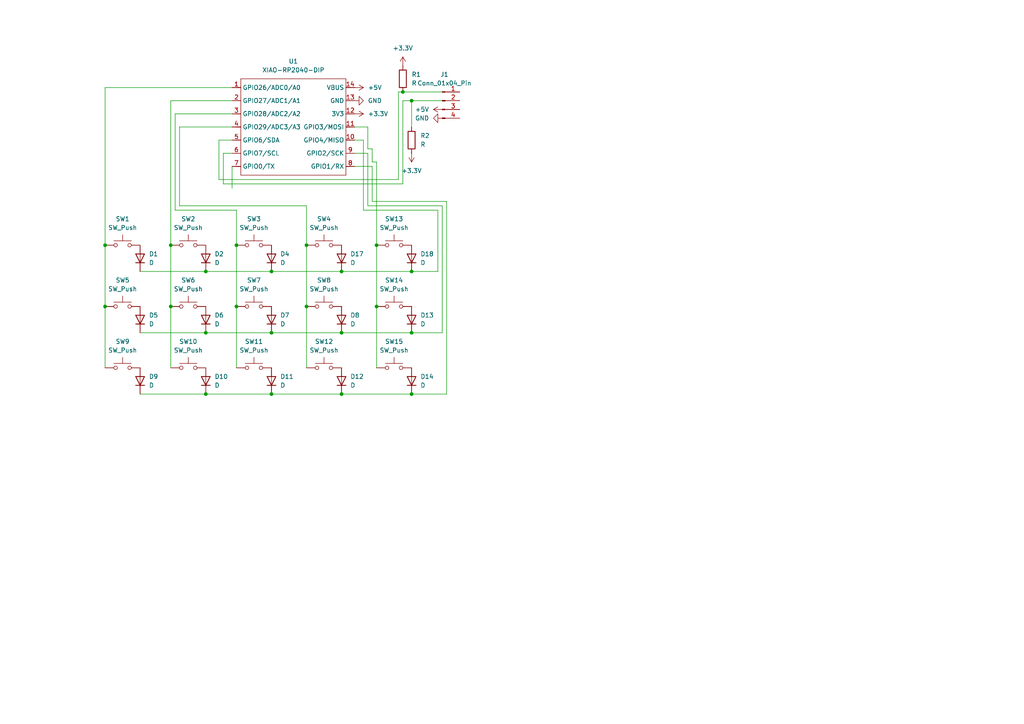
<source format=kicad_sch>
(kicad_sch
	(version 20250114)
	(generator "eeschema")
	(generator_version "9.0")
	(uuid "55e125fe-2028-479b-836d-e723e04f75c7")
	(paper "A4")
	(lib_symbols
		(symbol "Connector:Conn_01x04_Pin"
			(pin_names
				(offset 1.016)
				(hide yes)
			)
			(exclude_from_sim no)
			(in_bom yes)
			(on_board yes)
			(property "Reference" "J"
				(at 0 5.08 0)
				(effects
					(font
						(size 1.27 1.27)
					)
				)
			)
			(property "Value" "Conn_01x04_Pin"
				(at 0 -7.62 0)
				(effects
					(font
						(size 1.27 1.27)
					)
				)
			)
			(property "Footprint" ""
				(at 0 0 0)
				(effects
					(font
						(size 1.27 1.27)
					)
					(hide yes)
				)
			)
			(property "Datasheet" "~"
				(at 0 0 0)
				(effects
					(font
						(size 1.27 1.27)
					)
					(hide yes)
				)
			)
			(property "Description" "Generic connector, single row, 01x04, script generated"
				(at 0 0 0)
				(effects
					(font
						(size 1.27 1.27)
					)
					(hide yes)
				)
			)
			(property "ki_locked" ""
				(at 0 0 0)
				(effects
					(font
						(size 1.27 1.27)
					)
				)
			)
			(property "ki_keywords" "connector"
				(at 0 0 0)
				(effects
					(font
						(size 1.27 1.27)
					)
					(hide yes)
				)
			)
			(property "ki_fp_filters" "Connector*:*_1x??_*"
				(at 0 0 0)
				(effects
					(font
						(size 1.27 1.27)
					)
					(hide yes)
				)
			)
			(symbol "Conn_01x04_Pin_1_1"
				(rectangle
					(start 0.8636 2.667)
					(end 0 2.413)
					(stroke
						(width 0.1524)
						(type default)
					)
					(fill
						(type outline)
					)
				)
				(rectangle
					(start 0.8636 0.127)
					(end 0 -0.127)
					(stroke
						(width 0.1524)
						(type default)
					)
					(fill
						(type outline)
					)
				)
				(rectangle
					(start 0.8636 -2.413)
					(end 0 -2.667)
					(stroke
						(width 0.1524)
						(type default)
					)
					(fill
						(type outline)
					)
				)
				(rectangle
					(start 0.8636 -4.953)
					(end 0 -5.207)
					(stroke
						(width 0.1524)
						(type default)
					)
					(fill
						(type outline)
					)
				)
				(polyline
					(pts
						(xy 1.27 2.54) (xy 0.8636 2.54)
					)
					(stroke
						(width 0.1524)
						(type default)
					)
					(fill
						(type none)
					)
				)
				(polyline
					(pts
						(xy 1.27 0) (xy 0.8636 0)
					)
					(stroke
						(width 0.1524)
						(type default)
					)
					(fill
						(type none)
					)
				)
				(polyline
					(pts
						(xy 1.27 -2.54) (xy 0.8636 -2.54)
					)
					(stroke
						(width 0.1524)
						(type default)
					)
					(fill
						(type none)
					)
				)
				(polyline
					(pts
						(xy 1.27 -5.08) (xy 0.8636 -5.08)
					)
					(stroke
						(width 0.1524)
						(type default)
					)
					(fill
						(type none)
					)
				)
				(pin passive line
					(at 5.08 2.54 180)
					(length 3.81)
					(name "Pin_1"
						(effects
							(font
								(size 1.27 1.27)
							)
						)
					)
					(number "1"
						(effects
							(font
								(size 1.27 1.27)
							)
						)
					)
				)
				(pin passive line
					(at 5.08 0 180)
					(length 3.81)
					(name "Pin_2"
						(effects
							(font
								(size 1.27 1.27)
							)
						)
					)
					(number "2"
						(effects
							(font
								(size 1.27 1.27)
							)
						)
					)
				)
				(pin passive line
					(at 5.08 -2.54 180)
					(length 3.81)
					(name "Pin_3"
						(effects
							(font
								(size 1.27 1.27)
							)
						)
					)
					(number "3"
						(effects
							(font
								(size 1.27 1.27)
							)
						)
					)
				)
				(pin passive line
					(at 5.08 -5.08 180)
					(length 3.81)
					(name "Pin_4"
						(effects
							(font
								(size 1.27 1.27)
							)
						)
					)
					(number "4"
						(effects
							(font
								(size 1.27 1.27)
							)
						)
					)
				)
			)
			(embedded_fonts no)
		)
		(symbol "Device:D"
			(pin_numbers
				(hide yes)
			)
			(pin_names
				(offset 1.016)
				(hide yes)
			)
			(exclude_from_sim no)
			(in_bom yes)
			(on_board yes)
			(property "Reference" "D"
				(at 0 2.54 0)
				(effects
					(font
						(size 1.27 1.27)
					)
				)
			)
			(property "Value" "D"
				(at 0 -2.54 0)
				(effects
					(font
						(size 1.27 1.27)
					)
				)
			)
			(property "Footprint" ""
				(at 0 0 0)
				(effects
					(font
						(size 1.27 1.27)
					)
					(hide yes)
				)
			)
			(property "Datasheet" "~"
				(at 0 0 0)
				(effects
					(font
						(size 1.27 1.27)
					)
					(hide yes)
				)
			)
			(property "Description" "Diode"
				(at 0 0 0)
				(effects
					(font
						(size 1.27 1.27)
					)
					(hide yes)
				)
			)
			(property "Sim.Device" "D"
				(at 0 0 0)
				(effects
					(font
						(size 1.27 1.27)
					)
					(hide yes)
				)
			)
			(property "Sim.Pins" "1=K 2=A"
				(at 0 0 0)
				(effects
					(font
						(size 1.27 1.27)
					)
					(hide yes)
				)
			)
			(property "ki_keywords" "diode"
				(at 0 0 0)
				(effects
					(font
						(size 1.27 1.27)
					)
					(hide yes)
				)
			)
			(property "ki_fp_filters" "TO-???* *_Diode_* *SingleDiode* D_*"
				(at 0 0 0)
				(effects
					(font
						(size 1.27 1.27)
					)
					(hide yes)
				)
			)
			(symbol "D_0_1"
				(polyline
					(pts
						(xy -1.27 1.27) (xy -1.27 -1.27)
					)
					(stroke
						(width 0.254)
						(type default)
					)
					(fill
						(type none)
					)
				)
				(polyline
					(pts
						(xy 1.27 1.27) (xy 1.27 -1.27) (xy -1.27 0) (xy 1.27 1.27)
					)
					(stroke
						(width 0.254)
						(type default)
					)
					(fill
						(type none)
					)
				)
				(polyline
					(pts
						(xy 1.27 0) (xy -1.27 0)
					)
					(stroke
						(width 0)
						(type default)
					)
					(fill
						(type none)
					)
				)
			)
			(symbol "D_1_1"
				(pin passive line
					(at -3.81 0 0)
					(length 2.54)
					(name "K"
						(effects
							(font
								(size 1.27 1.27)
							)
						)
					)
					(number "1"
						(effects
							(font
								(size 1.27 1.27)
							)
						)
					)
				)
				(pin passive line
					(at 3.81 0 180)
					(length 2.54)
					(name "A"
						(effects
							(font
								(size 1.27 1.27)
							)
						)
					)
					(number "2"
						(effects
							(font
								(size 1.27 1.27)
							)
						)
					)
				)
			)
			(embedded_fonts no)
		)
		(symbol "Device:R"
			(pin_numbers
				(hide yes)
			)
			(pin_names
				(offset 0)
			)
			(exclude_from_sim no)
			(in_bom yes)
			(on_board yes)
			(property "Reference" "R"
				(at 2.032 0 90)
				(effects
					(font
						(size 1.27 1.27)
					)
				)
			)
			(property "Value" "R"
				(at 0 0 90)
				(effects
					(font
						(size 1.27 1.27)
					)
				)
			)
			(property "Footprint" ""
				(at -1.778 0 90)
				(effects
					(font
						(size 1.27 1.27)
					)
					(hide yes)
				)
			)
			(property "Datasheet" "~"
				(at 0 0 0)
				(effects
					(font
						(size 1.27 1.27)
					)
					(hide yes)
				)
			)
			(property "Description" "Resistor"
				(at 0 0 0)
				(effects
					(font
						(size 1.27 1.27)
					)
					(hide yes)
				)
			)
			(property "ki_keywords" "R res resistor"
				(at 0 0 0)
				(effects
					(font
						(size 1.27 1.27)
					)
					(hide yes)
				)
			)
			(property "ki_fp_filters" "R_*"
				(at 0 0 0)
				(effects
					(font
						(size 1.27 1.27)
					)
					(hide yes)
				)
			)
			(symbol "R_0_1"
				(rectangle
					(start -1.016 -2.54)
					(end 1.016 2.54)
					(stroke
						(width 0.254)
						(type default)
					)
					(fill
						(type none)
					)
				)
			)
			(symbol "R_1_1"
				(pin passive line
					(at 0 3.81 270)
					(length 1.27)
					(name "~"
						(effects
							(font
								(size 1.27 1.27)
							)
						)
					)
					(number "1"
						(effects
							(font
								(size 1.27 1.27)
							)
						)
					)
				)
				(pin passive line
					(at 0 -3.81 90)
					(length 1.27)
					(name "~"
						(effects
							(font
								(size 1.27 1.27)
							)
						)
					)
					(number "2"
						(effects
							(font
								(size 1.27 1.27)
							)
						)
					)
				)
			)
			(embedded_fonts no)
		)
		(symbol "Seeed_Studio_XIAO_Series:XIAO-RP2040-DIP"
			(exclude_from_sim no)
			(in_bom yes)
			(on_board yes)
			(property "Reference" "U"
				(at 0 0 0)
				(effects
					(font
						(size 1.27 1.27)
					)
				)
			)
			(property "Value" "XIAO-RP2040-DIP"
				(at 5.334 -1.778 0)
				(effects
					(font
						(size 1.27 1.27)
					)
				)
			)
			(property "Footprint" "Module:MOUDLE14P-XIAO-DIP-SMD"
				(at 14.478 -32.258 0)
				(effects
					(font
						(size 1.27 1.27)
					)
					(hide yes)
				)
			)
			(property "Datasheet" ""
				(at 0 0 0)
				(effects
					(font
						(size 1.27 1.27)
					)
					(hide yes)
				)
			)
			(property "Description" ""
				(at 0 0 0)
				(effects
					(font
						(size 1.27 1.27)
					)
					(hide yes)
				)
			)
			(symbol "XIAO-RP2040-DIP_1_0"
				(polyline
					(pts
						(xy -1.27 -2.54) (xy 29.21 -2.54)
					)
					(stroke
						(width 0.1524)
						(type solid)
					)
					(fill
						(type none)
					)
				)
				(polyline
					(pts
						(xy -1.27 -5.08) (xy -2.54 -5.08)
					)
					(stroke
						(width 0.1524)
						(type solid)
					)
					(fill
						(type none)
					)
				)
				(polyline
					(pts
						(xy -1.27 -5.08) (xy -1.27 -2.54)
					)
					(stroke
						(width 0.1524)
						(type solid)
					)
					(fill
						(type none)
					)
				)
				(polyline
					(pts
						(xy -1.27 -8.89) (xy -2.54 -8.89)
					)
					(stroke
						(width 0.1524)
						(type solid)
					)
					(fill
						(type none)
					)
				)
				(polyline
					(pts
						(xy -1.27 -8.89) (xy -1.27 -5.08)
					)
					(stroke
						(width 0.1524)
						(type solid)
					)
					(fill
						(type none)
					)
				)
				(polyline
					(pts
						(xy -1.27 -12.7) (xy -2.54 -12.7)
					)
					(stroke
						(width 0.1524)
						(type solid)
					)
					(fill
						(type none)
					)
				)
				(polyline
					(pts
						(xy -1.27 -12.7) (xy -1.27 -8.89)
					)
					(stroke
						(width 0.1524)
						(type solid)
					)
					(fill
						(type none)
					)
				)
				(polyline
					(pts
						(xy -1.27 -16.51) (xy -2.54 -16.51)
					)
					(stroke
						(width 0.1524)
						(type solid)
					)
					(fill
						(type none)
					)
				)
				(polyline
					(pts
						(xy -1.27 -16.51) (xy -1.27 -12.7)
					)
					(stroke
						(width 0.1524)
						(type solid)
					)
					(fill
						(type none)
					)
				)
				(polyline
					(pts
						(xy -1.27 -20.32) (xy -2.54 -20.32)
					)
					(stroke
						(width 0.1524)
						(type solid)
					)
					(fill
						(type none)
					)
				)
				(polyline
					(pts
						(xy -1.27 -24.13) (xy -2.54 -24.13)
					)
					(stroke
						(width 0.1524)
						(type solid)
					)
					(fill
						(type none)
					)
				)
				(polyline
					(pts
						(xy -1.27 -27.94) (xy -2.54 -27.94)
					)
					(stroke
						(width 0.1524)
						(type solid)
					)
					(fill
						(type none)
					)
				)
				(polyline
					(pts
						(xy -1.27 -30.48) (xy -1.27 -16.51)
					)
					(stroke
						(width 0.1524)
						(type solid)
					)
					(fill
						(type none)
					)
				)
				(polyline
					(pts
						(xy 29.21 -2.54) (xy 29.21 -5.08)
					)
					(stroke
						(width 0.1524)
						(type solid)
					)
					(fill
						(type none)
					)
				)
				(polyline
					(pts
						(xy 29.21 -5.08) (xy 29.21 -8.89)
					)
					(stroke
						(width 0.1524)
						(type solid)
					)
					(fill
						(type none)
					)
				)
				(polyline
					(pts
						(xy 29.21 -8.89) (xy 29.21 -12.7)
					)
					(stroke
						(width 0.1524)
						(type solid)
					)
					(fill
						(type none)
					)
				)
				(polyline
					(pts
						(xy 29.21 -12.7) (xy 29.21 -30.48)
					)
					(stroke
						(width 0.1524)
						(type solid)
					)
					(fill
						(type none)
					)
				)
				(polyline
					(pts
						(xy 29.21 -30.48) (xy -1.27 -30.48)
					)
					(stroke
						(width 0.1524)
						(type solid)
					)
					(fill
						(type none)
					)
				)
				(polyline
					(pts
						(xy 30.48 -5.08) (xy 29.21 -5.08)
					)
					(stroke
						(width 0.1524)
						(type solid)
					)
					(fill
						(type none)
					)
				)
				(polyline
					(pts
						(xy 30.48 -8.89) (xy 29.21 -8.89)
					)
					(stroke
						(width 0.1524)
						(type solid)
					)
					(fill
						(type none)
					)
				)
				(polyline
					(pts
						(xy 30.48 -12.7) (xy 29.21 -12.7)
					)
					(stroke
						(width 0.1524)
						(type solid)
					)
					(fill
						(type none)
					)
				)
				(polyline
					(pts
						(xy 30.48 -16.51) (xy 29.21 -16.51)
					)
					(stroke
						(width 0.1524)
						(type solid)
					)
					(fill
						(type none)
					)
				)
				(polyline
					(pts
						(xy 30.48 -20.32) (xy 29.21 -20.32)
					)
					(stroke
						(width 0.1524)
						(type solid)
					)
					(fill
						(type none)
					)
				)
				(polyline
					(pts
						(xy 30.48 -24.13) (xy 29.21 -24.13)
					)
					(stroke
						(width 0.1524)
						(type solid)
					)
					(fill
						(type none)
					)
				)
				(polyline
					(pts
						(xy 30.48 -27.94) (xy 29.21 -27.94)
					)
					(stroke
						(width 0.1524)
						(type solid)
					)
					(fill
						(type none)
					)
				)
				(pin passive line
					(at -3.81 -5.08 0)
					(length 2.54)
					(name "GPIO26/ADC0/A0"
						(effects
							(font
								(size 1.27 1.27)
							)
						)
					)
					(number "1"
						(effects
							(font
								(size 1.27 1.27)
							)
						)
					)
				)
				(pin passive line
					(at -3.81 -8.89 0)
					(length 2.54)
					(name "GPIO27/ADC1/A1"
						(effects
							(font
								(size 1.27 1.27)
							)
						)
					)
					(number "2"
						(effects
							(font
								(size 1.27 1.27)
							)
						)
					)
				)
				(pin passive line
					(at -3.81 -12.7 0)
					(length 2.54)
					(name "GPIO28/ADC2/A2"
						(effects
							(font
								(size 1.27 1.27)
							)
						)
					)
					(number "3"
						(effects
							(font
								(size 1.27 1.27)
							)
						)
					)
				)
				(pin passive line
					(at -3.81 -16.51 0)
					(length 2.54)
					(name "GPIO29/ADC3/A3"
						(effects
							(font
								(size 1.27 1.27)
							)
						)
					)
					(number "4"
						(effects
							(font
								(size 1.27 1.27)
							)
						)
					)
				)
				(pin passive line
					(at -3.81 -20.32 0)
					(length 2.54)
					(name "GPIO6/SDA"
						(effects
							(font
								(size 1.27 1.27)
							)
						)
					)
					(number "5"
						(effects
							(font
								(size 1.27 1.27)
							)
						)
					)
				)
				(pin passive line
					(at -3.81 -24.13 0)
					(length 2.54)
					(name "GPIO7/SCL"
						(effects
							(font
								(size 1.27 1.27)
							)
						)
					)
					(number "6"
						(effects
							(font
								(size 1.27 1.27)
							)
						)
					)
				)
				(pin passive line
					(at -3.81 -27.94 0)
					(length 2.54)
					(name "GPIO0/TX"
						(effects
							(font
								(size 1.27 1.27)
							)
						)
					)
					(number "7"
						(effects
							(font
								(size 1.27 1.27)
							)
						)
					)
				)
				(pin passive line
					(at 31.75 -5.08 180)
					(length 2.54)
					(name "VBUS"
						(effects
							(font
								(size 1.27 1.27)
							)
						)
					)
					(number "14"
						(effects
							(font
								(size 1.27 1.27)
							)
						)
					)
				)
				(pin passive line
					(at 31.75 -8.89 180)
					(length 2.54)
					(name "GND"
						(effects
							(font
								(size 1.27 1.27)
							)
						)
					)
					(number "13"
						(effects
							(font
								(size 1.27 1.27)
							)
						)
					)
				)
				(pin passive line
					(at 31.75 -12.7 180)
					(length 2.54)
					(name "3V3"
						(effects
							(font
								(size 1.27 1.27)
							)
						)
					)
					(number "12"
						(effects
							(font
								(size 1.27 1.27)
							)
						)
					)
				)
				(pin passive line
					(at 31.75 -16.51 180)
					(length 2.54)
					(name "GPIO3/MOSI"
						(effects
							(font
								(size 1.27 1.27)
							)
						)
					)
					(number "11"
						(effects
							(font
								(size 1.27 1.27)
							)
						)
					)
				)
				(pin passive line
					(at 31.75 -20.32 180)
					(length 2.54)
					(name "GPIO4/MISO"
						(effects
							(font
								(size 1.27 1.27)
							)
						)
					)
					(number "10"
						(effects
							(font
								(size 1.27 1.27)
							)
						)
					)
				)
				(pin passive line
					(at 31.75 -24.13 180)
					(length 2.54)
					(name "GPIO2/SCK"
						(effects
							(font
								(size 1.27 1.27)
							)
						)
					)
					(number "9"
						(effects
							(font
								(size 1.27 1.27)
							)
						)
					)
				)
				(pin passive line
					(at 31.75 -27.94 180)
					(length 2.54)
					(name "GPIO1/RX"
						(effects
							(font
								(size 1.27 1.27)
							)
						)
					)
					(number "8"
						(effects
							(font
								(size 1.27 1.27)
							)
						)
					)
				)
			)
			(embedded_fonts no)
		)
		(symbol "Switch:SW_Push"
			(pin_numbers
				(hide yes)
			)
			(pin_names
				(offset 1.016)
				(hide yes)
			)
			(exclude_from_sim no)
			(in_bom yes)
			(on_board yes)
			(property "Reference" "SW"
				(at 1.27 2.54 0)
				(effects
					(font
						(size 1.27 1.27)
					)
					(justify left)
				)
			)
			(property "Value" "SW_Push"
				(at 0 -1.524 0)
				(effects
					(font
						(size 1.27 1.27)
					)
				)
			)
			(property "Footprint" ""
				(at 0 5.08 0)
				(effects
					(font
						(size 1.27 1.27)
					)
					(hide yes)
				)
			)
			(property "Datasheet" "~"
				(at 0 5.08 0)
				(effects
					(font
						(size 1.27 1.27)
					)
					(hide yes)
				)
			)
			(property "Description" "Push button switch, generic, two pins"
				(at 0 0 0)
				(effects
					(font
						(size 1.27 1.27)
					)
					(hide yes)
				)
			)
			(property "ki_keywords" "switch normally-open pushbutton push-button"
				(at 0 0 0)
				(effects
					(font
						(size 1.27 1.27)
					)
					(hide yes)
				)
			)
			(symbol "SW_Push_0_1"
				(circle
					(center -2.032 0)
					(radius 0.508)
					(stroke
						(width 0)
						(type default)
					)
					(fill
						(type none)
					)
				)
				(polyline
					(pts
						(xy 0 1.27) (xy 0 3.048)
					)
					(stroke
						(width 0)
						(type default)
					)
					(fill
						(type none)
					)
				)
				(circle
					(center 2.032 0)
					(radius 0.508)
					(stroke
						(width 0)
						(type default)
					)
					(fill
						(type none)
					)
				)
				(polyline
					(pts
						(xy 2.54 1.27) (xy -2.54 1.27)
					)
					(stroke
						(width 0)
						(type default)
					)
					(fill
						(type none)
					)
				)
				(pin passive line
					(at -5.08 0 0)
					(length 2.54)
					(name "1"
						(effects
							(font
								(size 1.27 1.27)
							)
						)
					)
					(number "1"
						(effects
							(font
								(size 1.27 1.27)
							)
						)
					)
				)
				(pin passive line
					(at 5.08 0 180)
					(length 2.54)
					(name "2"
						(effects
							(font
								(size 1.27 1.27)
							)
						)
					)
					(number "2"
						(effects
							(font
								(size 1.27 1.27)
							)
						)
					)
				)
			)
			(embedded_fonts no)
		)
		(symbol "power:+3.3V"
			(power)
			(pin_numbers
				(hide yes)
			)
			(pin_names
				(offset 0)
				(hide yes)
			)
			(exclude_from_sim no)
			(in_bom yes)
			(on_board yes)
			(property "Reference" "#PWR"
				(at 0 -3.81 0)
				(effects
					(font
						(size 1.27 1.27)
					)
					(hide yes)
				)
			)
			(property "Value" "+3.3V"
				(at 0 3.556 0)
				(effects
					(font
						(size 1.27 1.27)
					)
				)
			)
			(property "Footprint" ""
				(at 0 0 0)
				(effects
					(font
						(size 1.27 1.27)
					)
					(hide yes)
				)
			)
			(property "Datasheet" ""
				(at 0 0 0)
				(effects
					(font
						(size 1.27 1.27)
					)
					(hide yes)
				)
			)
			(property "Description" "Power symbol creates a global label with name \"+3.3V\""
				(at 0 0 0)
				(effects
					(font
						(size 1.27 1.27)
					)
					(hide yes)
				)
			)
			(property "ki_keywords" "global power"
				(at 0 0 0)
				(effects
					(font
						(size 1.27 1.27)
					)
					(hide yes)
				)
			)
			(symbol "+3.3V_0_1"
				(polyline
					(pts
						(xy -0.762 1.27) (xy 0 2.54)
					)
					(stroke
						(width 0)
						(type default)
					)
					(fill
						(type none)
					)
				)
				(polyline
					(pts
						(xy 0 2.54) (xy 0.762 1.27)
					)
					(stroke
						(width 0)
						(type default)
					)
					(fill
						(type none)
					)
				)
				(polyline
					(pts
						(xy 0 0) (xy 0 2.54)
					)
					(stroke
						(width 0)
						(type default)
					)
					(fill
						(type none)
					)
				)
			)
			(symbol "+3.3V_1_1"
				(pin power_in line
					(at 0 0 90)
					(length 0)
					(name "~"
						(effects
							(font
								(size 1.27 1.27)
							)
						)
					)
					(number "1"
						(effects
							(font
								(size 1.27 1.27)
							)
						)
					)
				)
			)
			(embedded_fonts no)
		)
		(symbol "power:+5V"
			(power)
			(pin_numbers
				(hide yes)
			)
			(pin_names
				(offset 0)
				(hide yes)
			)
			(exclude_from_sim no)
			(in_bom yes)
			(on_board yes)
			(property "Reference" "#PWR"
				(at 0 -3.81 0)
				(effects
					(font
						(size 1.27 1.27)
					)
					(hide yes)
				)
			)
			(property "Value" "+5V"
				(at 0 3.556 0)
				(effects
					(font
						(size 1.27 1.27)
					)
				)
			)
			(property "Footprint" ""
				(at 0 0 0)
				(effects
					(font
						(size 1.27 1.27)
					)
					(hide yes)
				)
			)
			(property "Datasheet" ""
				(at 0 0 0)
				(effects
					(font
						(size 1.27 1.27)
					)
					(hide yes)
				)
			)
			(property "Description" "Power symbol creates a global label with name \"+5V\""
				(at 0 0 0)
				(effects
					(font
						(size 1.27 1.27)
					)
					(hide yes)
				)
			)
			(property "ki_keywords" "global power"
				(at 0 0 0)
				(effects
					(font
						(size 1.27 1.27)
					)
					(hide yes)
				)
			)
			(symbol "+5V_0_1"
				(polyline
					(pts
						(xy -0.762 1.27) (xy 0 2.54)
					)
					(stroke
						(width 0)
						(type default)
					)
					(fill
						(type none)
					)
				)
				(polyline
					(pts
						(xy 0 2.54) (xy 0.762 1.27)
					)
					(stroke
						(width 0)
						(type default)
					)
					(fill
						(type none)
					)
				)
				(polyline
					(pts
						(xy 0 0) (xy 0 2.54)
					)
					(stroke
						(width 0)
						(type default)
					)
					(fill
						(type none)
					)
				)
			)
			(symbol "+5V_1_1"
				(pin power_in line
					(at 0 0 90)
					(length 0)
					(name "~"
						(effects
							(font
								(size 1.27 1.27)
							)
						)
					)
					(number "1"
						(effects
							(font
								(size 1.27 1.27)
							)
						)
					)
				)
			)
			(embedded_fonts no)
		)
		(symbol "power:GND"
			(power)
			(pin_numbers
				(hide yes)
			)
			(pin_names
				(offset 0)
				(hide yes)
			)
			(exclude_from_sim no)
			(in_bom yes)
			(on_board yes)
			(property "Reference" "#PWR"
				(at 0 -6.35 0)
				(effects
					(font
						(size 1.27 1.27)
					)
					(hide yes)
				)
			)
			(property "Value" "GND"
				(at 0 -3.81 0)
				(effects
					(font
						(size 1.27 1.27)
					)
				)
			)
			(property "Footprint" ""
				(at 0 0 0)
				(effects
					(font
						(size 1.27 1.27)
					)
					(hide yes)
				)
			)
			(property "Datasheet" ""
				(at 0 0 0)
				(effects
					(font
						(size 1.27 1.27)
					)
					(hide yes)
				)
			)
			(property "Description" "Power symbol creates a global label with name \"GND\" , ground"
				(at 0 0 0)
				(effects
					(font
						(size 1.27 1.27)
					)
					(hide yes)
				)
			)
			(property "ki_keywords" "global power"
				(at 0 0 0)
				(effects
					(font
						(size 1.27 1.27)
					)
					(hide yes)
				)
			)
			(symbol "GND_0_1"
				(polyline
					(pts
						(xy 0 0) (xy 0 -1.27) (xy 1.27 -1.27) (xy 0 -2.54) (xy -1.27 -1.27) (xy 0 -1.27)
					)
					(stroke
						(width 0)
						(type default)
					)
					(fill
						(type none)
					)
				)
			)
			(symbol "GND_1_1"
				(pin power_in line
					(at 0 0 270)
					(length 0)
					(name "~"
						(effects
							(font
								(size 1.27 1.27)
							)
						)
					)
					(number "1"
						(effects
							(font
								(size 1.27 1.27)
							)
						)
					)
				)
			)
			(embedded_fonts no)
		)
	)
	(junction
		(at 116.84 26.67)
		(diameter 0)
		(color 0 0 0 0)
		(uuid "036f257e-265b-479a-a059-42afdd86ff3f")
	)
	(junction
		(at 99.06 78.74)
		(diameter 0)
		(color 0 0 0 0)
		(uuid "096dfd03-14cd-4001-a713-d0fdfe31f427")
	)
	(junction
		(at 78.74 114.3)
		(diameter 0)
		(color 0 0 0 0)
		(uuid "3a61e6f1-eb87-42bd-b770-73bf44a84d09")
	)
	(junction
		(at 88.9 88.9)
		(diameter 0)
		(color 0 0 0 0)
		(uuid "3a63a250-79f6-4bc3-85d4-1c3520406fac")
	)
	(junction
		(at 49.53 71.12)
		(diameter 0)
		(color 0 0 0 0)
		(uuid "3d1d044f-e856-45e4-a60c-9a0bd0138dad")
	)
	(junction
		(at 30.48 71.12)
		(diameter 0)
		(color 0 0 0 0)
		(uuid "3e673e5d-e369-4018-b2dd-6ac6d78520e5")
	)
	(junction
		(at 109.22 71.12)
		(diameter 0)
		(color 0 0 0 0)
		(uuid "3f650a67-3aab-4581-b078-3c1e4e49d841")
	)
	(junction
		(at 109.22 88.9)
		(diameter 0)
		(color 0 0 0 0)
		(uuid "5901de07-2cce-4e62-8553-a7757b324e86")
	)
	(junction
		(at 49.53 88.9)
		(diameter 0)
		(color 0 0 0 0)
		(uuid "643ac8c9-3c81-4496-bb77-dee2c1f41164")
	)
	(junction
		(at 78.74 96.52)
		(diameter 0)
		(color 0 0 0 0)
		(uuid "6c2079a4-bfad-4fe8-87d3-5918af435aa9")
	)
	(junction
		(at 99.06 114.3)
		(diameter 0)
		(color 0 0 0 0)
		(uuid "6d66e4fd-35b8-437e-8035-84447485799d")
	)
	(junction
		(at 78.74 78.74)
		(diameter 0)
		(color 0 0 0 0)
		(uuid "7faaf0d2-1c83-4816-a660-0d377faa462a")
	)
	(junction
		(at 99.06 96.52)
		(diameter 0)
		(color 0 0 0 0)
		(uuid "8fbf2e96-7e25-4c11-88bf-68f04e95b256")
	)
	(junction
		(at 30.48 88.9)
		(diameter 0)
		(color 0 0 0 0)
		(uuid "9258241a-6ff8-4976-9bb2-b6406159640f")
	)
	(junction
		(at 59.69 96.52)
		(diameter 0)
		(color 0 0 0 0)
		(uuid "a71d13bc-9cb1-4329-80e4-c067cb634bc9")
	)
	(junction
		(at 59.69 78.74)
		(diameter 0)
		(color 0 0 0 0)
		(uuid "b3a79d7d-aa1e-47fc-b36e-360f8a794bca")
	)
	(junction
		(at 119.38 114.3)
		(diameter 0)
		(color 0 0 0 0)
		(uuid "bc3bc04e-2574-4b9c-9a23-ccebb6e65263")
	)
	(junction
		(at 68.58 88.9)
		(diameter 0)
		(color 0 0 0 0)
		(uuid "c0ef125c-079b-4725-9070-5d37513f10cf")
	)
	(junction
		(at 68.58 71.12)
		(diameter 0)
		(color 0 0 0 0)
		(uuid "c40a7f43-6c4f-42bb-9481-79d667d71db6")
	)
	(junction
		(at 119.38 78.74)
		(diameter 0)
		(color 0 0 0 0)
		(uuid "c4221aea-01b7-4f87-8dca-5e1f083667f3")
	)
	(junction
		(at 119.38 29.21)
		(diameter 0)
		(color 0 0 0 0)
		(uuid "cf1b70fe-2514-486a-aeb7-e9a550526b1f")
	)
	(junction
		(at 59.69 114.3)
		(diameter 0)
		(color 0 0 0 0)
		(uuid "e0b32e1e-6f53-4589-b37d-8331d8b2e6df")
	)
	(junction
		(at 88.9 71.12)
		(diameter 0)
		(color 0 0 0 0)
		(uuid "fb9fd55e-466a-4fa4-bbb9-6904d022f92c")
	)
	(junction
		(at 119.38 96.52)
		(diameter 0)
		(color 0 0 0 0)
		(uuid "fee582fc-265a-4735-8704-f61fb3413662")
	)
	(wire
		(pts
			(xy 30.48 71.12) (xy 30.48 25.4)
		)
		(stroke
			(width 0)
			(type default)
		)
		(uuid "0089e78b-8894-4324-93d6-bfaf54013af0")
	)
	(wire
		(pts
			(xy 99.06 114.3) (xy 119.38 114.3)
		)
		(stroke
			(width 0)
			(type default)
		)
		(uuid "03fea867-c6e3-498a-b52d-b0169af0b9ce")
	)
	(wire
		(pts
			(xy 88.9 71.12) (xy 88.9 59.69)
		)
		(stroke
			(width 0)
			(type default)
		)
		(uuid "0aa58ee0-67fa-43f0-a92d-006fa553fce5")
	)
	(wire
		(pts
			(xy 102.87 36.83) (xy 106.68 36.83)
		)
		(stroke
			(width 0)
			(type default)
		)
		(uuid "10efe5b0-ce43-45fd-88c9-90d3534c4f6b")
	)
	(wire
		(pts
			(xy 50.8 33.02) (xy 67.31 33.02)
		)
		(stroke
			(width 0)
			(type default)
		)
		(uuid "1199038d-ef30-4864-b8c9-e0a03fd0774f")
	)
	(wire
		(pts
			(xy 30.48 88.9) (xy 30.48 106.68)
		)
		(stroke
			(width 0)
			(type default)
		)
		(uuid "17346989-d516-4295-92d6-09416b70104c")
	)
	(wire
		(pts
			(xy 128.27 26.67) (xy 116.84 26.67)
		)
		(stroke
			(width 0)
			(type default)
		)
		(uuid "1dd602de-b21e-47e6-9ccc-4c434c82c9e4")
	)
	(wire
		(pts
			(xy 52.07 59.69) (xy 52.07 36.83)
		)
		(stroke
			(width 0)
			(type default)
		)
		(uuid "20df8e0f-5a0d-40e4-b1ec-a20c5910b358")
	)
	(wire
		(pts
			(xy 102.87 48.26) (xy 107.95 48.26)
		)
		(stroke
			(width 0)
			(type default)
		)
		(uuid "210f23b7-6613-4df6-9c1a-cf8bc072f2a1")
	)
	(wire
		(pts
			(xy 59.69 96.52) (xy 78.74 96.52)
		)
		(stroke
			(width 0)
			(type default)
		)
		(uuid "22d70d2b-e598-4c0c-82c5-92af81b62690")
	)
	(wire
		(pts
			(xy 119.38 96.52) (xy 128.27 96.52)
		)
		(stroke
			(width 0)
			(type default)
		)
		(uuid "2dd67008-2a4f-4d7b-bf72-274a11065582")
	)
	(wire
		(pts
			(xy 63.5 40.64) (xy 67.31 40.64)
		)
		(stroke
			(width 0)
			(type default)
		)
		(uuid "34815fbd-ca55-4a1e-b531-feba174b1457")
	)
	(wire
		(pts
			(xy 129.54 114.3) (xy 119.38 114.3)
		)
		(stroke
			(width 0)
			(type default)
		)
		(uuid "380b648a-cd6d-4a9b-9ad3-93f6c2da76cf")
	)
	(wire
		(pts
			(xy 49.53 71.12) (xy 49.53 29.21)
		)
		(stroke
			(width 0)
			(type default)
		)
		(uuid "38651ac8-093d-4e67-a8b4-15967896cacd")
	)
	(wire
		(pts
			(xy 88.9 88.9) (xy 88.9 71.12)
		)
		(stroke
			(width 0)
			(type default)
		)
		(uuid "3b27ba7f-05b1-4db6-9734-88994966f656")
	)
	(wire
		(pts
			(xy 68.58 71.12) (xy 68.58 60.96)
		)
		(stroke
			(width 0)
			(type default)
		)
		(uuid "3d4a4bc5-2301-4ac1-985a-4a3d3c197462")
	)
	(wire
		(pts
			(xy 109.22 106.68) (xy 109.22 88.9)
		)
		(stroke
			(width 0)
			(type default)
		)
		(uuid "3d7020e2-2a16-46b5-9460-875adac9070c")
	)
	(wire
		(pts
			(xy 99.06 78.74) (xy 119.38 78.74)
		)
		(stroke
			(width 0)
			(type default)
		)
		(uuid "479e0549-1790-483a-8cfc-9107a6f36c3d")
	)
	(wire
		(pts
			(xy 116.84 26.67) (xy 115.57 26.67)
		)
		(stroke
			(width 0)
			(type default)
		)
		(uuid "5056af79-863d-4a70-a2b2-71e5e401bdde")
	)
	(wire
		(pts
			(xy 30.48 25.4) (xy 67.31 25.4)
		)
		(stroke
			(width 0)
			(type default)
		)
		(uuid "51dd2857-9227-4376-a404-29c8e5cd72cf")
	)
	(wire
		(pts
			(xy 119.38 29.21) (xy 119.38 36.83)
		)
		(stroke
			(width 0)
			(type default)
		)
		(uuid "534da8b4-4c4a-4afc-b5ff-68544583fa0f")
	)
	(wire
		(pts
			(xy 78.74 114.3) (xy 99.06 114.3)
		)
		(stroke
			(width 0)
			(type default)
		)
		(uuid "585b1896-055c-4163-84a2-e99c7ab47f65")
	)
	(wire
		(pts
			(xy 106.68 43.18) (xy 107.95 43.18)
		)
		(stroke
			(width 0)
			(type default)
		)
		(uuid "5cda017f-577d-475f-8a29-7269af5c005a")
	)
	(wire
		(pts
			(xy 115.57 52.07) (xy 63.5 52.07)
		)
		(stroke
			(width 0)
			(type default)
		)
		(uuid "620cbf53-2513-4bf4-9229-9034612c4f32")
	)
	(wire
		(pts
			(xy 49.53 88.9) (xy 49.53 106.68)
		)
		(stroke
			(width 0)
			(type default)
		)
		(uuid "68732a8e-484d-4881-99bf-3b8ba31ccfb0")
	)
	(wire
		(pts
			(xy 59.69 114.3) (xy 78.74 114.3)
		)
		(stroke
			(width 0)
			(type default)
		)
		(uuid "7168cfac-c9b2-4490-9122-5d7fc50915cd")
	)
	(wire
		(pts
			(xy 128.27 29.21) (xy 119.38 29.21)
		)
		(stroke
			(width 0)
			(type default)
		)
		(uuid "73ee5d83-d374-409a-99d5-baa6fb31c761")
	)
	(wire
		(pts
			(xy 119.38 29.21) (xy 116.84 29.21)
		)
		(stroke
			(width 0)
			(type default)
		)
		(uuid "78e1fa77-41d8-4ced-9c2d-5dad8f5a30d8")
	)
	(wire
		(pts
			(xy 88.9 59.69) (xy 52.07 59.69)
		)
		(stroke
			(width 0)
			(type default)
		)
		(uuid "79525938-b59f-444e-8439-0f021e715976")
	)
	(wire
		(pts
			(xy 127 60.96) (xy 105.41 60.96)
		)
		(stroke
			(width 0)
			(type default)
		)
		(uuid "8256fba2-04ca-47e2-895b-219f5b735831")
	)
	(wire
		(pts
			(xy 40.64 114.3) (xy 59.69 114.3)
		)
		(stroke
			(width 0)
			(type default)
		)
		(uuid "861eb855-031c-4f15-9526-fc46aa9fe78d")
	)
	(wire
		(pts
			(xy 105.41 60.96) (xy 105.41 40.64)
		)
		(stroke
			(width 0)
			(type default)
		)
		(uuid "86966596-d2ff-479d-a277-892d119fd6f6")
	)
	(wire
		(pts
			(xy 127 78.74) (xy 127 60.96)
		)
		(stroke
			(width 0)
			(type default)
		)
		(uuid "87d805e8-899d-4ab5-8b38-1a613e48d413")
	)
	(wire
		(pts
			(xy 52.07 36.83) (xy 67.31 36.83)
		)
		(stroke
			(width 0)
			(type default)
		)
		(uuid "88e219b1-3261-4e39-8a7c-fc840ac735cd")
	)
	(wire
		(pts
			(xy 64.77 44.45) (xy 67.31 44.45)
		)
		(stroke
			(width 0)
			(type default)
		)
		(uuid "91d4f314-e064-4239-a1c5-bb5936b5cc51")
	)
	(wire
		(pts
			(xy 119.38 78.74) (xy 127 78.74)
		)
		(stroke
			(width 0)
			(type default)
		)
		(uuid "92485102-2734-46b6-967f-964b8e60658e")
	)
	(wire
		(pts
			(xy 78.74 96.52) (xy 99.06 96.52)
		)
		(stroke
			(width 0)
			(type default)
		)
		(uuid "9480c90b-541c-4855-a541-369b75bf4041")
	)
	(wire
		(pts
			(xy 129.54 58.42) (xy 129.54 114.3)
		)
		(stroke
			(width 0)
			(type default)
		)
		(uuid "9be020a7-0aa0-40ea-9db9-f7f04605e512")
	)
	(wire
		(pts
			(xy 107.95 48.26) (xy 107.95 58.42)
		)
		(stroke
			(width 0)
			(type default)
		)
		(uuid "9c04e830-4e38-4f71-8a10-79f02b276a7d")
	)
	(wire
		(pts
			(xy 68.58 71.12) (xy 68.58 88.9)
		)
		(stroke
			(width 0)
			(type default)
		)
		(uuid "9cb575cd-c77a-403e-8d5f-3f14c6e9689a")
	)
	(wire
		(pts
			(xy 105.41 40.64) (xy 102.87 40.64)
		)
		(stroke
			(width 0)
			(type default)
		)
		(uuid "9ce4649d-58cd-4c4f-8546-62c195799df4")
	)
	(wire
		(pts
			(xy 102.87 44.45) (xy 106.68 44.45)
		)
		(stroke
			(width 0)
			(type default)
		)
		(uuid "9f8ead0f-6b93-456f-94e1-ce63a77f6867")
	)
	(wire
		(pts
			(xy 106.68 44.45) (xy 106.68 59.69)
		)
		(stroke
			(width 0)
			(type default)
		)
		(uuid "a3241150-7d6b-46c0-840c-5852a5206b74")
	)
	(wire
		(pts
			(xy 50.8 60.96) (xy 50.8 33.02)
		)
		(stroke
			(width 0)
			(type default)
		)
		(uuid "a467b73f-26b1-4113-8c4d-d6308f091fdb")
	)
	(wire
		(pts
			(xy 106.68 59.69) (xy 128.27 59.69)
		)
		(stroke
			(width 0)
			(type default)
		)
		(uuid "a6e739bd-5eef-44fa-a3df-a88b0f4a0e2d")
	)
	(wire
		(pts
			(xy 107.95 58.42) (xy 129.54 58.42)
		)
		(stroke
			(width 0)
			(type default)
		)
		(uuid "adebdf67-1466-4495-8005-61495ce25c2d")
	)
	(wire
		(pts
			(xy 99.06 96.52) (xy 119.38 96.52)
		)
		(stroke
			(width 0)
			(type default)
		)
		(uuid "adfd4128-2e79-4b37-aa0b-be533067e76e")
	)
	(wire
		(pts
			(xy 128.27 59.69) (xy 128.27 96.52)
		)
		(stroke
			(width 0)
			(type default)
		)
		(uuid "b3bf5730-0536-433c-930f-4d66a53589ce")
	)
	(wire
		(pts
			(xy 40.64 96.52) (xy 59.69 96.52)
		)
		(stroke
			(width 0)
			(type default)
		)
		(uuid "b4f34abc-fa3b-4a9b-a38a-4e8e799604b1")
	)
	(wire
		(pts
			(xy 78.74 78.74) (xy 99.06 78.74)
		)
		(stroke
			(width 0)
			(type default)
		)
		(uuid "b50ffe91-02e7-43bd-b179-777013fd1ec3")
	)
	(wire
		(pts
			(xy 116.84 29.21) (xy 116.84 53.34)
		)
		(stroke
			(width 0)
			(type default)
		)
		(uuid "b618e443-044d-4eda-a244-6051f7aacfdf")
	)
	(wire
		(pts
			(xy 109.22 88.9) (xy 109.22 71.12)
		)
		(stroke
			(width 0)
			(type default)
		)
		(uuid "c203a2cf-88ca-4921-80a5-3d752859bd2f")
	)
	(wire
		(pts
			(xy 109.22 46.99) (xy 109.22 71.12)
		)
		(stroke
			(width 0)
			(type default)
		)
		(uuid "ca1ebbf3-dbb9-4be8-899a-56387bc5923b")
	)
	(wire
		(pts
			(xy 64.77 53.34) (xy 64.77 44.45)
		)
		(stroke
			(width 0)
			(type default)
		)
		(uuid "cdf4d069-2237-476b-b46a-cccdc95c2c7f")
	)
	(wire
		(pts
			(xy 88.9 106.68) (xy 88.9 88.9)
		)
		(stroke
			(width 0)
			(type default)
		)
		(uuid "cece5bed-2995-4d1b-b45d-7dd2e627adb3")
	)
	(wire
		(pts
			(xy 67.31 48.26) (xy 67.31 54.61)
		)
		(stroke
			(width 0)
			(type default)
		)
		(uuid "d272827a-1b86-43f6-b01b-14ea8d715355")
	)
	(wire
		(pts
			(xy 68.58 60.96) (xy 50.8 60.96)
		)
		(stroke
			(width 0)
			(type default)
		)
		(uuid "d3a3eb65-2936-4274-b519-d6755fba9e15")
	)
	(wire
		(pts
			(xy 115.57 26.67) (xy 115.57 52.07)
		)
		(stroke
			(width 0)
			(type default)
		)
		(uuid "d516dc77-a3df-4458-b6d3-e9f2a4d3c174")
	)
	(wire
		(pts
			(xy 49.53 71.12) (xy 49.53 88.9)
		)
		(stroke
			(width 0)
			(type default)
		)
		(uuid "d63b0b81-b3b3-4777-8af4-bff11c53c4c3")
	)
	(wire
		(pts
			(xy 68.58 88.9) (xy 68.58 106.68)
		)
		(stroke
			(width 0)
			(type default)
		)
		(uuid "de4606e1-fcca-4689-a4af-067e30b0a772")
	)
	(wire
		(pts
			(xy 107.95 46.99) (xy 109.22 46.99)
		)
		(stroke
			(width 0)
			(type default)
		)
		(uuid "e01c0e92-7a2a-4d6a-bb77-96a3beb40a2b")
	)
	(wire
		(pts
			(xy 49.53 29.21) (xy 67.31 29.21)
		)
		(stroke
			(width 0)
			(type default)
		)
		(uuid "e10380af-3a1f-4fed-93ad-3ed00b261bb5")
	)
	(wire
		(pts
			(xy 30.48 71.12) (xy 30.48 88.9)
		)
		(stroke
			(width 0)
			(type default)
		)
		(uuid "e79ce44b-a585-4b25-995d-d6069fabe907")
	)
	(wire
		(pts
			(xy 116.84 53.34) (xy 64.77 53.34)
		)
		(stroke
			(width 0)
			(type default)
		)
		(uuid "e7ef48d5-9d25-4e9a-b95c-3c02d2e93443")
	)
	(wire
		(pts
			(xy 40.64 78.74) (xy 59.69 78.74)
		)
		(stroke
			(width 0)
			(type default)
		)
		(uuid "f2023314-2448-4a61-8bfb-004382eff18f")
	)
	(wire
		(pts
			(xy 59.69 78.74) (xy 78.74 78.74)
		)
		(stroke
			(width 0)
			(type default)
		)
		(uuid "f380c997-1b1b-415e-b9ab-cccf5727eb24")
	)
	(wire
		(pts
			(xy 106.68 36.83) (xy 106.68 43.18)
		)
		(stroke
			(width 0)
			(type default)
		)
		(uuid "f5ab869c-478b-4672-8e9f-284f62438fb1")
	)
	(wire
		(pts
			(xy 107.95 43.18) (xy 107.95 46.99)
		)
		(stroke
			(width 0)
			(type default)
		)
		(uuid "f5b468bf-5fa6-462c-b3db-81bce9c02049")
	)
	(wire
		(pts
			(xy 63.5 52.07) (xy 63.5 40.64)
		)
		(stroke
			(width 0)
			(type default)
		)
		(uuid "fa2e8d7a-7cc3-4a1e-aa20-dd3bbcfe9d54")
	)
	(symbol
		(lib_id "Device:D")
		(at 40.64 92.71 90)
		(unit 1)
		(exclude_from_sim no)
		(in_bom yes)
		(on_board yes)
		(dnp no)
		(fields_autoplaced yes)
		(uuid "0199ad44-593b-437c-b0fe-843d35251fc4")
		(property "Reference" "D5"
			(at 43.18 91.4399 90)
			(effects
				(font
					(size 1.27 1.27)
				)
				(justify right)
			)
		)
		(property "Value" "D"
			(at 43.18 93.9799 90)
			(effects
				(font
					(size 1.27 1.27)
				)
				(justify right)
			)
		)
		(property "Footprint" "Diode_THT:D_DO-35_SOD27_P7.62mm_Horizontal"
			(at 40.64 92.71 0)
			(effects
				(font
					(size 1.27 1.27)
				)
				(hide yes)
			)
		)
		(property "Datasheet" "~"
			(at 40.64 92.71 0)
			(effects
				(font
					(size 1.27 1.27)
				)
				(hide yes)
			)
		)
		(property "Description" "Diode"
			(at 40.64 92.71 0)
			(effects
				(font
					(size 1.27 1.27)
				)
				(hide yes)
			)
		)
		(property "Sim.Device" "D"
			(at 40.64 92.71 0)
			(effects
				(font
					(size 1.27 1.27)
				)
				(hide yes)
			)
		)
		(property "Sim.Pins" "1=K 2=A"
			(at 40.64 92.71 0)
			(effects
				(font
					(size 1.27 1.27)
				)
				(hide yes)
			)
		)
		(pin "2"
			(uuid "340a76fa-4724-4e1e-865b-d5476dc7401e")
		)
		(pin "1"
			(uuid "6c25a516-4773-4e0a-be98-381e66a73026")
		)
		(instances
			(project ""
				(path "/55e125fe-2028-479b-836d-e723e04f75c7"
					(reference "D5")
					(unit 1)
				)
			)
		)
	)
	(symbol
		(lib_id "Device:D")
		(at 59.69 74.93 90)
		(unit 1)
		(exclude_from_sim no)
		(in_bom yes)
		(on_board yes)
		(dnp no)
		(fields_autoplaced yes)
		(uuid "01d3adbf-f613-4e71-bede-50ad7e4f2be8")
		(property "Reference" "D2"
			(at 62.23 73.6599 90)
			(effects
				(font
					(size 1.27 1.27)
				)
				(justify right)
			)
		)
		(property "Value" "D"
			(at 62.23 76.1999 90)
			(effects
				(font
					(size 1.27 1.27)
				)
				(justify right)
			)
		)
		(property "Footprint" "Diode_THT:D_DO-35_SOD27_P7.62mm_Horizontal"
			(at 59.69 74.93 0)
			(effects
				(font
					(size 1.27 1.27)
				)
				(hide yes)
			)
		)
		(property "Datasheet" "~"
			(at 59.69 74.93 0)
			(effects
				(font
					(size 1.27 1.27)
				)
				(hide yes)
			)
		)
		(property "Description" "Diode"
			(at 59.69 74.93 0)
			(effects
				(font
					(size 1.27 1.27)
				)
				(hide yes)
			)
		)
		(property "Sim.Device" "D"
			(at 59.69 74.93 0)
			(effects
				(font
					(size 1.27 1.27)
				)
				(hide yes)
			)
		)
		(property "Sim.Pins" "1=K 2=A"
			(at 59.69 74.93 0)
			(effects
				(font
					(size 1.27 1.27)
				)
				(hide yes)
			)
		)
		(pin "2"
			(uuid "b0be5051-9b0b-4d81-801d-fe5d3c44843c")
		)
		(pin "1"
			(uuid "86ba9f89-32ac-49e4-b114-ba431fc7a410")
		)
		(instances
			(project ""
				(path "/55e125fe-2028-479b-836d-e723e04f75c7"
					(reference "D2")
					(unit 1)
				)
			)
		)
	)
	(symbol
		(lib_id "Switch:SW_Push")
		(at 93.98 88.9 0)
		(unit 1)
		(exclude_from_sim no)
		(in_bom yes)
		(on_board yes)
		(dnp no)
		(fields_autoplaced yes)
		(uuid "0a100268-e065-4b7a-995d-078ffcff2056")
		(property "Reference" "SW8"
			(at 93.98 81.28 0)
			(effects
				(font
					(size 1.27 1.27)
				)
			)
		)
		(property "Value" "SW_Push"
			(at 93.98 83.82 0)
			(effects
				(font
					(size 1.27 1.27)
				)
			)
		)
		(property "Footprint" "Button_Switch_Keyboard:SW_Cherry_MX_1.00u_PCB"
			(at 93.98 83.82 0)
			(effects
				(font
					(size 1.27 1.27)
				)
				(hide yes)
			)
		)
		(property "Datasheet" "~"
			(at 93.98 83.82 0)
			(effects
				(font
					(size 1.27 1.27)
				)
				(hide yes)
			)
		)
		(property "Description" "Push button switch, generic, two pins"
			(at 93.98 88.9 0)
			(effects
				(font
					(size 1.27 1.27)
				)
				(hide yes)
			)
		)
		(pin "1"
			(uuid "d828c303-c5a8-4cc5-9975-2fa595ffb65b")
		)
		(pin "2"
			(uuid "87ad93b4-67b0-49f6-a77a-ca97b67243ed")
		)
		(instances
			(project ""
				(path "/55e125fe-2028-479b-836d-e723e04f75c7"
					(reference "SW8")
					(unit 1)
				)
			)
		)
	)
	(symbol
		(lib_id "Device:D")
		(at 59.69 92.71 90)
		(unit 1)
		(exclude_from_sim no)
		(in_bom yes)
		(on_board yes)
		(dnp no)
		(fields_autoplaced yes)
		(uuid "0bdba40d-bcd7-47a2-8313-0f03e6ddfb74")
		(property "Reference" "D6"
			(at 62.23 91.4399 90)
			(effects
				(font
					(size 1.27 1.27)
				)
				(justify right)
			)
		)
		(property "Value" "D"
			(at 62.23 93.9799 90)
			(effects
				(font
					(size 1.27 1.27)
				)
				(justify right)
			)
		)
		(property "Footprint" "Diode_THT:D_DO-35_SOD27_P7.62mm_Horizontal"
			(at 59.69 92.71 0)
			(effects
				(font
					(size 1.27 1.27)
				)
				(hide yes)
			)
		)
		(property "Datasheet" "~"
			(at 59.69 92.71 0)
			(effects
				(font
					(size 1.27 1.27)
				)
				(hide yes)
			)
		)
		(property "Description" "Diode"
			(at 59.69 92.71 0)
			(effects
				(font
					(size 1.27 1.27)
				)
				(hide yes)
			)
		)
		(property "Sim.Device" "D"
			(at 59.69 92.71 0)
			(effects
				(font
					(size 1.27 1.27)
				)
				(hide yes)
			)
		)
		(property "Sim.Pins" "1=K 2=A"
			(at 59.69 92.71 0)
			(effects
				(font
					(size 1.27 1.27)
				)
				(hide yes)
			)
		)
		(pin "2"
			(uuid "340a76fa-4724-4e1e-865b-d5476dc74021")
		)
		(pin "1"
			(uuid "6c25a516-4773-4e0a-be98-381e66a73029")
		)
		(instances
			(project ""
				(path "/55e125fe-2028-479b-836d-e723e04f75c7"
					(reference "D6")
					(unit 1)
				)
			)
		)
	)
	(symbol
		(lib_id "Device:R")
		(at 119.38 40.64 0)
		(unit 1)
		(exclude_from_sim no)
		(in_bom yes)
		(on_board yes)
		(dnp no)
		(fields_autoplaced yes)
		(uuid "13c95bfb-d883-467a-9a3e-0ff75b0ca86a")
		(property "Reference" "R2"
			(at 121.92 39.3699 0)
			(effects
				(font
					(size 1.27 1.27)
				)
				(justify left)
			)
		)
		(property "Value" "R"
			(at 121.92 41.9099 0)
			(effects
				(font
					(size 1.27 1.27)
				)
				(justify left)
			)
		)
		(property "Footprint" "Resistor_THT:R_Axial_DIN0204_L3.6mm_D1.6mm_P7.62mm_Horizontal"
			(at 117.602 40.64 90)
			(effects
				(font
					(size 1.27 1.27)
				)
				(hide yes)
			)
		)
		(property "Datasheet" "~"
			(at 119.38 40.64 0)
			(effects
				(font
					(size 1.27 1.27)
				)
				(hide yes)
			)
		)
		(property "Description" "Resistor"
			(at 119.38 40.64 0)
			(effects
				(font
					(size 1.27 1.27)
				)
				(hide yes)
			)
		)
		(pin "2"
			(uuid "46858efb-ce72-47d8-85ac-415337a7f346")
		)
		(pin "1"
			(uuid "6a061e8b-ef45-43c1-9164-9472b5344659")
		)
		(instances
			(project ""
				(path "/55e125fe-2028-479b-836d-e723e04f75c7"
					(reference "R2")
					(unit 1)
				)
			)
		)
	)
	(symbol
		(lib_id "Device:D")
		(at 40.64 74.93 90)
		(unit 1)
		(exclude_from_sim no)
		(in_bom yes)
		(on_board yes)
		(dnp no)
		(fields_autoplaced yes)
		(uuid "187ca1e7-7c76-4cc1-9435-1c2e05f308ca")
		(property "Reference" "D1"
			(at 43.18 73.6599 90)
			(effects
				(font
					(size 1.27 1.27)
				)
				(justify right)
			)
		)
		(property "Value" "D"
			(at 43.18 76.1999 90)
			(effects
				(font
					(size 1.27 1.27)
				)
				(justify right)
			)
		)
		(property "Footprint" "Diode_THT:D_DO-35_SOD27_P7.62mm_Horizontal"
			(at 40.64 74.93 0)
			(effects
				(font
					(size 1.27 1.27)
				)
				(hide yes)
			)
		)
		(property "Datasheet" "~"
			(at 40.64 74.93 0)
			(effects
				(font
					(size 1.27 1.27)
				)
				(hide yes)
			)
		)
		(property "Description" "Diode"
			(at 40.64 74.93 0)
			(effects
				(font
					(size 1.27 1.27)
				)
				(hide yes)
			)
		)
		(property "Sim.Device" "D"
			(at 40.64 74.93 0)
			(effects
				(font
					(size 1.27 1.27)
				)
				(hide yes)
			)
		)
		(property "Sim.Pins" "1=K 2=A"
			(at 40.64 74.93 0)
			(effects
				(font
					(size 1.27 1.27)
				)
				(hide yes)
			)
		)
		(pin "2"
			(uuid "b0be5051-9b0b-4d81-801d-fe5d3c44843d")
		)
		(pin "1"
			(uuid "86ba9f89-32ac-49e4-b114-ba431fc7a411")
		)
		(instances
			(project ""
				(path "/55e125fe-2028-479b-836d-e723e04f75c7"
					(reference "D1")
					(unit 1)
				)
			)
		)
	)
	(symbol
		(lib_id "Connector:Conn_01x04_Pin")
		(at 128.27 29.21 0)
		(unit 1)
		(exclude_from_sim no)
		(in_bom yes)
		(on_board yes)
		(dnp no)
		(fields_autoplaced yes)
		(uuid "1cf22f66-c368-488a-a346-f8f9fa22187f")
		(property "Reference" "J1"
			(at 128.905 21.59 0)
			(effects
				(font
					(size 1.27 1.27)
				)
			)
		)
		(property "Value" "Conn_01x04_Pin"
			(at 128.905 24.13 0)
			(effects
				(font
					(size 1.27 1.27)
				)
			)
		)
		(property "Footprint" "OLED:MODULE_DM-OLED096-636"
			(at 128.27 29.21 0)
			(effects
				(font
					(size 1.27 1.27)
				)
				(hide yes)
			)
		)
		(property "Datasheet" "~"
			(at 128.27 29.21 0)
			(effects
				(font
					(size 1.27 1.27)
				)
				(hide yes)
			)
		)
		(property "Description" "Generic connector, single row, 01x04, script generated"
			(at 128.27 29.21 0)
			(effects
				(font
					(size 1.27 1.27)
				)
				(hide yes)
			)
		)
		(pin "3"
			(uuid "9f4ee969-a394-4694-addd-c43e7dd28d17")
		)
		(pin "2"
			(uuid "32fefede-3261-4191-a758-0cb0dc3935fa")
		)
		(pin "4"
			(uuid "b26e2919-65a4-4b5d-bb0e-35d858424ea4")
		)
		(pin "1"
			(uuid "9c739443-47bc-410e-b081-1b2b3cc5de80")
		)
		(instances
			(project ""
				(path "/55e125fe-2028-479b-836d-e723e04f75c7"
					(reference "J1")
					(unit 1)
				)
			)
		)
	)
	(symbol
		(lib_id "Switch:SW_Push")
		(at 73.66 88.9 0)
		(unit 1)
		(exclude_from_sim no)
		(in_bom yes)
		(on_board yes)
		(dnp no)
		(fields_autoplaced yes)
		(uuid "2038cbfc-4c04-4ddd-a580-7f9beb5d3cd2")
		(property "Reference" "SW7"
			(at 73.66 81.28 0)
			(effects
				(font
					(size 1.27 1.27)
				)
			)
		)
		(property "Value" "SW_Push"
			(at 73.66 83.82 0)
			(effects
				(font
					(size 1.27 1.27)
				)
			)
		)
		(property "Footprint" "Button_Switch_Keyboard:SW_Cherry_MX_1.00u_PCB"
			(at 73.66 83.82 0)
			(effects
				(font
					(size 1.27 1.27)
				)
				(hide yes)
			)
		)
		(property "Datasheet" "~"
			(at 73.66 83.82 0)
			(effects
				(font
					(size 1.27 1.27)
				)
				(hide yes)
			)
		)
		(property "Description" "Push button switch, generic, two pins"
			(at 73.66 88.9 0)
			(effects
				(font
					(size 1.27 1.27)
				)
				(hide yes)
			)
		)
		(pin "2"
			(uuid "47edad49-f612-4644-ae03-7bed9d83baf9")
		)
		(pin "1"
			(uuid "15c9aeca-20d6-4a67-b86c-512bf690f0b6")
		)
		(instances
			(project ""
				(path "/55e125fe-2028-479b-836d-e723e04f75c7"
					(reference "SW7")
					(unit 1)
				)
			)
		)
	)
	(symbol
		(lib_id "Device:D")
		(at 59.69 110.49 90)
		(unit 1)
		(exclude_from_sim no)
		(in_bom yes)
		(on_board yes)
		(dnp no)
		(fields_autoplaced yes)
		(uuid "214db230-0e63-4236-a126-e9a8cef61d24")
		(property "Reference" "D10"
			(at 62.23 109.2199 90)
			(effects
				(font
					(size 1.27 1.27)
				)
				(justify right)
			)
		)
		(property "Value" "D"
			(at 62.23 111.7599 90)
			(effects
				(font
					(size 1.27 1.27)
				)
				(justify right)
			)
		)
		(property "Footprint" "Diode_THT:D_DO-35_SOD27_P7.62mm_Horizontal"
			(at 59.69 110.49 0)
			(effects
				(font
					(size 1.27 1.27)
				)
				(hide yes)
			)
		)
		(property "Datasheet" "~"
			(at 59.69 110.49 0)
			(effects
				(font
					(size 1.27 1.27)
				)
				(hide yes)
			)
		)
		(property "Description" "Diode"
			(at 59.69 110.49 0)
			(effects
				(font
					(size 1.27 1.27)
				)
				(hide yes)
			)
		)
		(property "Sim.Device" "D"
			(at 59.69 110.49 0)
			(effects
				(font
					(size 1.27 1.27)
				)
				(hide yes)
			)
		)
		(property "Sim.Pins" "1=K 2=A"
			(at 59.69 110.49 0)
			(effects
				(font
					(size 1.27 1.27)
				)
				(hide yes)
			)
		)
		(pin "2"
			(uuid "340a76fa-4724-4e1e-865b-d5476dc74022")
		)
		(pin "1"
			(uuid "6c25a516-4773-4e0a-be98-381e66a7302a")
		)
		(instances
			(project ""
				(path "/55e125fe-2028-479b-836d-e723e04f75c7"
					(reference "D10")
					(unit 1)
				)
			)
		)
	)
	(symbol
		(lib_id "power:GND")
		(at 102.87 29.21 90)
		(unit 1)
		(exclude_from_sim no)
		(in_bom yes)
		(on_board yes)
		(dnp no)
		(fields_autoplaced yes)
		(uuid "24d96790-e362-4844-ba51-2301708fadc4")
		(property "Reference" "#PWR02"
			(at 109.22 29.21 0)
			(effects
				(font
					(size 1.27 1.27)
				)
				(hide yes)
			)
		)
		(property "Value" "GND"
			(at 106.68 29.2099 90)
			(effects
				(font
					(size 1.27 1.27)
				)
				(justify right)
			)
		)
		(property "Footprint" ""
			(at 102.87 29.21 0)
			(effects
				(font
					(size 1.27 1.27)
				)
				(hide yes)
			)
		)
		(property "Datasheet" ""
			(at 102.87 29.21 0)
			(effects
				(font
					(size 1.27 1.27)
				)
				(hide yes)
			)
		)
		(property "Description" "Power symbol creates a global label with name \"GND\" , ground"
			(at 102.87 29.21 0)
			(effects
				(font
					(size 1.27 1.27)
				)
				(hide yes)
			)
		)
		(pin "1"
			(uuid "a885105d-c04f-410e-9ab3-da3869d53047")
		)
		(instances
			(project ""
				(path "/55e125fe-2028-479b-836d-e723e04f75c7"
					(reference "#PWR02")
					(unit 1)
				)
			)
		)
	)
	(symbol
		(lib_id "Switch:SW_Push")
		(at 73.66 106.68 0)
		(unit 1)
		(exclude_from_sim no)
		(in_bom yes)
		(on_board yes)
		(dnp no)
		(fields_autoplaced yes)
		(uuid "37e92496-bf59-484b-9be6-062b18a9db8d")
		(property "Reference" "SW11"
			(at 73.66 99.06 0)
			(effects
				(font
					(size 1.27 1.27)
				)
			)
		)
		(property "Value" "SW_Push"
			(at 73.66 101.6 0)
			(effects
				(font
					(size 1.27 1.27)
				)
			)
		)
		(property "Footprint" "Button_Switch_Keyboard:SW_Cherry_MX_1.00u_PCB"
			(at 73.66 101.6 0)
			(effects
				(font
					(size 1.27 1.27)
				)
				(hide yes)
			)
		)
		(property "Datasheet" "~"
			(at 73.66 101.6 0)
			(effects
				(font
					(size 1.27 1.27)
				)
				(hide yes)
			)
		)
		(property "Description" "Push button switch, generic, two pins"
			(at 73.66 106.68 0)
			(effects
				(font
					(size 1.27 1.27)
				)
				(hide yes)
			)
		)
		(pin "1"
			(uuid "d828c303-c5a8-4cc5-9975-2fa595ffb65d")
		)
		(pin "2"
			(uuid "87ad93b4-67b0-49f6-a77a-ca97b67243ef")
		)
		(instances
			(project ""
				(path "/55e125fe-2028-479b-836d-e723e04f75c7"
					(reference "SW11")
					(unit 1)
				)
			)
		)
	)
	(symbol
		(lib_id "Seeed_Studio_XIAO_Series:XIAO-RP2040-DIP")
		(at 71.12 20.32 0)
		(unit 1)
		(exclude_from_sim no)
		(in_bom yes)
		(on_board yes)
		(dnp no)
		(fields_autoplaced yes)
		(uuid "3e9b7b11-06fa-477e-b0ed-e7e6d299f110")
		(property "Reference" "U1"
			(at 85.09 17.78 0)
			(effects
				(font
					(size 1.27 1.27)
				)
			)
		)
		(property "Value" "XIAO-RP2040-DIP"
			(at 85.09 20.32 0)
			(effects
				(font
					(size 1.27 1.27)
				)
			)
		)
		(property "Footprint" "Seeed Studio XIAO Series Library:XIAO-RP2040-DIP"
			(at 85.598 52.578 0)
			(effects
				(font
					(size 1.27 1.27)
				)
				(hide yes)
			)
		)
		(property "Datasheet" ""
			(at 71.12 20.32 0)
			(effects
				(font
					(size 1.27 1.27)
				)
				(hide yes)
			)
		)
		(property "Description" ""
			(at 71.12 20.32 0)
			(effects
				(font
					(size 1.27 1.27)
				)
				(hide yes)
			)
		)
		(pin "13"
			(uuid "a78c00c1-3105-49d8-b1df-80c1f9fe15fa")
		)
		(pin "9"
			(uuid "687730d5-1559-46f9-94f6-92c85ca96fbe")
		)
		(pin "4"
			(uuid "a6325cde-b337-4cf2-9be0-eaf13599a84a")
		)
		(pin "12"
			(uuid "59cf915e-f574-439b-89a8-d92ddc16a1d3")
		)
		(pin "5"
			(uuid "2f02bee7-aed9-4d70-9178-e79528eebb6f")
		)
		(pin "1"
			(uuid "bbceabe0-0a9b-45a0-8ea4-2878681f3133")
		)
		(pin "10"
			(uuid "044bc9ad-0d75-4419-ad18-63b7aa5cea35")
		)
		(pin "3"
			(uuid "dcc3f546-57c3-42bf-994b-5ce2dc34ed91")
		)
		(pin "8"
			(uuid "7462260c-3617-42f4-92e8-940c3002508a")
		)
		(pin "6"
			(uuid "d0ea1cd8-dd4c-44cd-82b0-1297386edaff")
		)
		(pin "7"
			(uuid "9d36e0ec-887b-47a6-9e21-5570dbca486b")
		)
		(pin "2"
			(uuid "595e5860-09c2-4d09-a8b4-267613be8dd5")
		)
		(pin "14"
			(uuid "96e33230-fcf1-4cdd-ac85-f59a28caa962")
		)
		(pin "11"
			(uuid "032250c3-66b9-43c6-877e-27018bbfe651")
		)
		(instances
			(project ""
				(path "/55e125fe-2028-479b-836d-e723e04f75c7"
					(reference "U1")
					(unit 1)
				)
			)
		)
	)
	(symbol
		(lib_id "Device:D")
		(at 78.74 74.93 90)
		(unit 1)
		(exclude_from_sim no)
		(in_bom yes)
		(on_board yes)
		(dnp no)
		(fields_autoplaced yes)
		(uuid "505f3a07-84b8-417d-865d-219e572b955e")
		(property "Reference" "D4"
			(at 81.28 73.6599 90)
			(effects
				(font
					(size 1.27 1.27)
				)
				(justify right)
			)
		)
		(property "Value" "D"
			(at 81.28 76.1999 90)
			(effects
				(font
					(size 1.27 1.27)
				)
				(justify right)
			)
		)
		(property "Footprint" "Diode_THT:D_DO-35_SOD27_P7.62mm_Horizontal"
			(at 78.74 74.93 0)
			(effects
				(font
					(size 1.27 1.27)
				)
				(hide yes)
			)
		)
		(property "Datasheet" "~"
			(at 78.74 74.93 0)
			(effects
				(font
					(size 1.27 1.27)
				)
				(hide yes)
			)
		)
		(property "Description" "Diode"
			(at 78.74 74.93 0)
			(effects
				(font
					(size 1.27 1.27)
				)
				(hide yes)
			)
		)
		(property "Sim.Device" "D"
			(at 78.74 74.93 0)
			(effects
				(font
					(size 1.27 1.27)
				)
				(hide yes)
			)
		)
		(property "Sim.Pins" "1=K 2=A"
			(at 78.74 74.93 0)
			(effects
				(font
					(size 1.27 1.27)
				)
				(hide yes)
			)
		)
		(pin "1"
			(uuid "989a793a-3012-49b2-b6a3-7bd3a2711688")
		)
		(pin "2"
			(uuid "e0299631-ac5b-4150-a2d8-1f7aec1a729f")
		)
		(instances
			(project ""
				(path "/55e125fe-2028-479b-836d-e723e04f75c7"
					(reference "D4")
					(unit 1)
				)
			)
		)
	)
	(symbol
		(lib_id "power:+5V")
		(at 102.87 25.4 270)
		(unit 1)
		(exclude_from_sim no)
		(in_bom yes)
		(on_board yes)
		(dnp no)
		(fields_autoplaced yes)
		(uuid "52dfea5b-0d38-4ec7-b9e9-99720866b934")
		(property "Reference" "#PWR01"
			(at 99.06 25.4 0)
			(effects
				(font
					(size 1.27 1.27)
				)
				(hide yes)
			)
		)
		(property "Value" "+5V"
			(at 106.68 25.3999 90)
			(effects
				(font
					(size 1.27 1.27)
				)
				(justify left)
			)
		)
		(property "Footprint" ""
			(at 102.87 25.4 0)
			(effects
				(font
					(size 1.27 1.27)
				)
				(hide yes)
			)
		)
		(property "Datasheet" ""
			(at 102.87 25.4 0)
			(effects
				(font
					(size 1.27 1.27)
				)
				(hide yes)
			)
		)
		(property "Description" "Power symbol creates a global label with name \"+5V\""
			(at 102.87 25.4 0)
			(effects
				(font
					(size 1.27 1.27)
				)
				(hide yes)
			)
		)
		(pin "1"
			(uuid "05b54a71-9a60-4cd0-82c4-4812f93498c9")
		)
		(instances
			(project ""
				(path "/55e125fe-2028-479b-836d-e723e04f75c7"
					(reference "#PWR01")
					(unit 1)
				)
			)
		)
	)
	(symbol
		(lib_id "Device:D")
		(at 119.38 110.49 90)
		(unit 1)
		(exclude_from_sim no)
		(in_bom yes)
		(on_board yes)
		(dnp no)
		(fields_autoplaced yes)
		(uuid "57d5ae87-8466-4838-b3f4-61f48ade6d8e")
		(property "Reference" "D14"
			(at 121.92 109.2199 90)
			(effects
				(font
					(size 1.27 1.27)
				)
				(justify right)
			)
		)
		(property "Value" "D"
			(at 121.92 111.7599 90)
			(effects
				(font
					(size 1.27 1.27)
				)
				(justify right)
			)
		)
		(property "Footprint" "Diode_THT:D_DO-35_SOD27_P7.62mm_Horizontal"
			(at 119.38 110.49 0)
			(effects
				(font
					(size 1.27 1.27)
				)
				(hide yes)
			)
		)
		(property "Datasheet" "~"
			(at 119.38 110.49 0)
			(effects
				(font
					(size 1.27 1.27)
				)
				(hide yes)
			)
		)
		(property "Description" "Diode"
			(at 119.38 110.49 0)
			(effects
				(font
					(size 1.27 1.27)
				)
				(hide yes)
			)
		)
		(property "Sim.Device" "D"
			(at 119.38 110.49 0)
			(effects
				(font
					(size 1.27 1.27)
				)
				(hide yes)
			)
		)
		(property "Sim.Pins" "1=K 2=A"
			(at 119.38 110.49 0)
			(effects
				(font
					(size 1.27 1.27)
				)
				(hide yes)
			)
		)
		(pin "2"
			(uuid "f46337c0-4dfe-4827-a4a8-9751ff3f9b05")
		)
		(pin "1"
			(uuid "f03f490e-26cc-4af9-9421-af6d6877240c")
		)
		(instances
			(project "pcbSpeedrun"
				(path "/55e125fe-2028-479b-836d-e723e04f75c7"
					(reference "D14")
					(unit 1)
				)
			)
		)
	)
	(symbol
		(lib_id "power:GND")
		(at 128.27 34.29 270)
		(unit 1)
		(exclude_from_sim no)
		(in_bom yes)
		(on_board yes)
		(dnp no)
		(fields_autoplaced yes)
		(uuid "5c8a1918-7841-4ebc-8996-0ee2969c3dff")
		(property "Reference" "#PWR04"
			(at 121.92 34.29 0)
			(effects
				(font
					(size 1.27 1.27)
				)
				(hide yes)
			)
		)
		(property "Value" "GND"
			(at 124.46 34.2899 90)
			(effects
				(font
					(size 1.27 1.27)
				)
				(justify right)
			)
		)
		(property "Footprint" ""
			(at 128.27 34.29 0)
			(effects
				(font
					(size 1.27 1.27)
				)
				(hide yes)
			)
		)
		(property "Datasheet" ""
			(at 128.27 34.29 0)
			(effects
				(font
					(size 1.27 1.27)
				)
				(hide yes)
			)
		)
		(property "Description" "Power symbol creates a global label with name \"GND\" , ground"
			(at 128.27 34.29 0)
			(effects
				(font
					(size 1.27 1.27)
				)
				(hide yes)
			)
		)
		(pin "1"
			(uuid "9f970cc6-d3f0-4a00-a560-a81c95fe4618")
		)
		(instances
			(project ""
				(path "/55e125fe-2028-479b-836d-e723e04f75c7"
					(reference "#PWR04")
					(unit 1)
				)
			)
		)
	)
	(symbol
		(lib_id "Device:D")
		(at 119.38 74.93 90)
		(unit 1)
		(exclude_from_sim no)
		(in_bom yes)
		(on_board yes)
		(dnp no)
		(fields_autoplaced yes)
		(uuid "63157b12-ee2d-4fa3-a64b-ef43e4b2daa7")
		(property "Reference" "D18"
			(at 121.92 73.6599 90)
			(effects
				(font
					(size 1.27 1.27)
				)
				(justify right)
			)
		)
		(property "Value" "D"
			(at 121.92 76.1999 90)
			(effects
				(font
					(size 1.27 1.27)
				)
				(justify right)
			)
		)
		(property "Footprint" "Diode_THT:D_DO-35_SOD27_P7.62mm_Horizontal"
			(at 119.38 74.93 0)
			(effects
				(font
					(size 1.27 1.27)
				)
				(hide yes)
			)
		)
		(property "Datasheet" "~"
			(at 119.38 74.93 0)
			(effects
				(font
					(size 1.27 1.27)
				)
				(hide yes)
			)
		)
		(property "Description" "Diode"
			(at 119.38 74.93 0)
			(effects
				(font
					(size 1.27 1.27)
				)
				(hide yes)
			)
		)
		(property "Sim.Device" "D"
			(at 119.38 74.93 0)
			(effects
				(font
					(size 1.27 1.27)
				)
				(hide yes)
			)
		)
		(property "Sim.Pins" "1=K 2=A"
			(at 119.38 74.93 0)
			(effects
				(font
					(size 1.27 1.27)
				)
				(hide yes)
			)
		)
		(pin "1"
			(uuid "7bf0345c-c996-416c-bcfe-144a36bd144d")
		)
		(pin "2"
			(uuid "156c6369-18c2-4479-aba5-add6aefe2031")
		)
		(instances
			(project "pcbSpeedrun"
				(path "/55e125fe-2028-479b-836d-e723e04f75c7"
					(reference "D18")
					(unit 1)
				)
			)
		)
	)
	(symbol
		(lib_id "Switch:SW_Push")
		(at 93.98 106.68 0)
		(unit 1)
		(exclude_from_sim no)
		(in_bom yes)
		(on_board yes)
		(dnp no)
		(fields_autoplaced yes)
		(uuid "6cf81d3d-74ae-4000-8f31-d43d8e192504")
		(property "Reference" "SW12"
			(at 93.98 99.06 0)
			(effects
				(font
					(size 1.27 1.27)
				)
			)
		)
		(property "Value" "SW_Push"
			(at 93.98 101.6 0)
			(effects
				(font
					(size 1.27 1.27)
				)
			)
		)
		(property "Footprint" "Button_Switch_Keyboard:SW_Cherry_MX_1.00u_PCB"
			(at 93.98 101.6 0)
			(effects
				(font
					(size 1.27 1.27)
				)
				(hide yes)
			)
		)
		(property "Datasheet" "~"
			(at 93.98 101.6 0)
			(effects
				(font
					(size 1.27 1.27)
				)
				(hide yes)
			)
		)
		(property "Description" "Push button switch, generic, two pins"
			(at 93.98 106.68 0)
			(effects
				(font
					(size 1.27 1.27)
				)
				(hide yes)
			)
		)
		(pin "1"
			(uuid "d828c303-c5a8-4cc5-9975-2fa595ffb65f")
		)
		(pin "2"
			(uuid "87ad93b4-67b0-49f6-a77a-ca97b67243f1")
		)
		(instances
			(project ""
				(path "/55e125fe-2028-479b-836d-e723e04f75c7"
					(reference "SW12")
					(unit 1)
				)
			)
		)
	)
	(symbol
		(lib_id "Device:D")
		(at 99.06 92.71 90)
		(unit 1)
		(exclude_from_sim no)
		(in_bom yes)
		(on_board yes)
		(dnp no)
		(fields_autoplaced yes)
		(uuid "736c07c4-9753-4b63-86f3-efb14ef2673d")
		(property "Reference" "D8"
			(at 101.6 91.4399 90)
			(effects
				(font
					(size 1.27 1.27)
				)
				(justify right)
			)
		)
		(property "Value" "D"
			(at 101.6 93.9799 90)
			(effects
				(font
					(size 1.27 1.27)
				)
				(justify right)
			)
		)
		(property "Footprint" "Diode_THT:D_DO-35_SOD27_P7.62mm_Horizontal"
			(at 99.06 92.71 0)
			(effects
				(font
					(size 1.27 1.27)
				)
				(hide yes)
			)
		)
		(property "Datasheet" "~"
			(at 99.06 92.71 0)
			(effects
				(font
					(size 1.27 1.27)
				)
				(hide yes)
			)
		)
		(property "Description" "Diode"
			(at 99.06 92.71 0)
			(effects
				(font
					(size 1.27 1.27)
				)
				(hide yes)
			)
		)
		(property "Sim.Device" "D"
			(at 99.06 92.71 0)
			(effects
				(font
					(size 1.27 1.27)
				)
				(hide yes)
			)
		)
		(property "Sim.Pins" "1=K 2=A"
			(at 99.06 92.71 0)
			(effects
				(font
					(size 1.27 1.27)
				)
				(hide yes)
			)
		)
		(pin "2"
			(uuid "340a76fa-4724-4e1e-865b-d5476dc74024")
		)
		(pin "1"
			(uuid "6c25a516-4773-4e0a-be98-381e66a7302c")
		)
		(instances
			(project ""
				(path "/55e125fe-2028-479b-836d-e723e04f75c7"
					(reference "D8")
					(unit 1)
				)
			)
		)
	)
	(symbol
		(lib_id "Switch:SW_Push")
		(at 54.61 88.9 0)
		(unit 1)
		(exclude_from_sim no)
		(in_bom yes)
		(on_board yes)
		(dnp no)
		(fields_autoplaced yes)
		(uuid "74ddfba7-ca9b-452d-b149-b54fbf83a684")
		(property "Reference" "SW6"
			(at 54.61 81.28 0)
			(effects
				(font
					(size 1.27 1.27)
				)
			)
		)
		(property "Value" "SW_Push"
			(at 54.61 83.82 0)
			(effects
				(font
					(size 1.27 1.27)
				)
			)
		)
		(property "Footprint" "Button_Switch_Keyboard:SW_Cherry_MX_1.00u_PCB"
			(at 54.61 83.82 0)
			(effects
				(font
					(size 1.27 1.27)
				)
				(hide yes)
			)
		)
		(property "Datasheet" "~"
			(at 54.61 83.82 0)
			(effects
				(font
					(size 1.27 1.27)
				)
				(hide yes)
			)
		)
		(property "Description" "Push button switch, generic, two pins"
			(at 54.61 88.9 0)
			(effects
				(font
					(size 1.27 1.27)
				)
				(hide yes)
			)
		)
		(pin "2"
			(uuid "47edad49-f612-4644-ae03-7bed9d83bafa")
		)
		(pin "1"
			(uuid "15c9aeca-20d6-4a67-b86c-512bf690f0b7")
		)
		(instances
			(project ""
				(path "/55e125fe-2028-479b-836d-e723e04f75c7"
					(reference "SW6")
					(unit 1)
				)
			)
		)
	)
	(symbol
		(lib_id "Switch:SW_Push")
		(at 93.98 71.12 0)
		(unit 1)
		(exclude_from_sim no)
		(in_bom yes)
		(on_board yes)
		(dnp no)
		(fields_autoplaced yes)
		(uuid "79d09de5-fb99-465f-b3d5-a85f7d6adb10")
		(property "Reference" "SW4"
			(at 93.98 63.5 0)
			(effects
				(font
					(size 1.27 1.27)
				)
			)
		)
		(property "Value" "SW_Push"
			(at 93.98 66.04 0)
			(effects
				(font
					(size 1.27 1.27)
				)
			)
		)
		(property "Footprint" "Button_Switch_Keyboard:SW_Cherry_MX_1.00u_PCB"
			(at 93.98 66.04 0)
			(effects
				(font
					(size 1.27 1.27)
				)
				(hide yes)
			)
		)
		(property "Datasheet" "~"
			(at 93.98 66.04 0)
			(effects
				(font
					(size 1.27 1.27)
				)
				(hide yes)
			)
		)
		(property "Description" "Push button switch, generic, two pins"
			(at 93.98 71.12 0)
			(effects
				(font
					(size 1.27 1.27)
				)
				(hide yes)
			)
		)
		(pin "2"
			(uuid "b0137e80-140b-4ba2-9783-d7ceb2b872ee")
		)
		(pin "1"
			(uuid "4c6ced38-d918-434e-a94d-c8f5200a52aa")
		)
		(instances
			(project "pcbSpeedrun"
				(path "/55e125fe-2028-479b-836d-e723e04f75c7"
					(reference "SW4")
					(unit 1)
				)
			)
		)
	)
	(symbol
		(lib_id "Switch:SW_Push")
		(at 35.56 71.12 0)
		(unit 1)
		(exclude_from_sim no)
		(in_bom yes)
		(on_board yes)
		(dnp no)
		(fields_autoplaced yes)
		(uuid "894b4a1e-e0ce-4464-84c8-5ec6771a2312")
		(property "Reference" "SW1"
			(at 35.56 63.5 0)
			(effects
				(font
					(size 1.27 1.27)
				)
			)
		)
		(property "Value" "SW_Push"
			(at 35.56 66.04 0)
			(effects
				(font
					(size 1.27 1.27)
				)
			)
		)
		(property "Footprint" "Button_Switch_Keyboard:SW_Cherry_MX_1.00u_PCB"
			(at 35.56 66.04 0)
			(effects
				(font
					(size 1.27 1.27)
				)
				(hide yes)
			)
		)
		(property "Datasheet" "~"
			(at 35.56 66.04 0)
			(effects
				(font
					(size 1.27 1.27)
				)
				(hide yes)
			)
		)
		(property "Description" "Push button switch, generic, two pins"
			(at 35.56 71.12 0)
			(effects
				(font
					(size 1.27 1.27)
				)
				(hide yes)
			)
		)
		(pin "2"
			(uuid "47edad49-f612-4644-ae03-7bed9d83bafb")
		)
		(pin "1"
			(uuid "15c9aeca-20d6-4a67-b86c-512bf690f0b8")
		)
		(instances
			(project ""
				(path "/55e125fe-2028-479b-836d-e723e04f75c7"
					(reference "SW1")
					(unit 1)
				)
			)
		)
	)
	(symbol
		(lib_id "Switch:SW_Push")
		(at 114.3 88.9 0)
		(unit 1)
		(exclude_from_sim no)
		(in_bom yes)
		(on_board yes)
		(dnp no)
		(fields_autoplaced yes)
		(uuid "894e14d8-d009-459e-a412-7f5b28e419e0")
		(property "Reference" "SW14"
			(at 114.3 81.28 0)
			(effects
				(font
					(size 1.27 1.27)
				)
			)
		)
		(property "Value" "SW_Push"
			(at 114.3 83.82 0)
			(effects
				(font
					(size 1.27 1.27)
				)
			)
		)
		(property "Footprint" "Button_Switch_Keyboard:SW_Cherry_MX_1.00u_PCB"
			(at 114.3 83.82 0)
			(effects
				(font
					(size 1.27 1.27)
				)
				(hide yes)
			)
		)
		(property "Datasheet" "~"
			(at 114.3 83.82 0)
			(effects
				(font
					(size 1.27 1.27)
				)
				(hide yes)
			)
		)
		(property "Description" "Push button switch, generic, two pins"
			(at 114.3 88.9 0)
			(effects
				(font
					(size 1.27 1.27)
				)
				(hide yes)
			)
		)
		(pin "1"
			(uuid "034112d0-978a-40b3-b125-f33a8c447310")
		)
		(pin "2"
			(uuid "f7fe7054-87b1-4806-9237-68edb0e1d448")
		)
		(instances
			(project "pcbSpeedrun"
				(path "/55e125fe-2028-479b-836d-e723e04f75c7"
					(reference "SW14")
					(unit 1)
				)
			)
		)
	)
	(symbol
		(lib_id "Device:D")
		(at 99.06 74.93 90)
		(unit 1)
		(exclude_from_sim no)
		(in_bom yes)
		(on_board yes)
		(dnp no)
		(fields_autoplaced yes)
		(uuid "9a8665b3-e761-43e2-8791-c4c7cc6035c9")
		(property "Reference" "D17"
			(at 101.6 73.6599 90)
			(effects
				(font
					(size 1.27 1.27)
				)
				(justify right)
			)
		)
		(property "Value" "D"
			(at 101.6 76.1999 90)
			(effects
				(font
					(size 1.27 1.27)
				)
				(justify right)
			)
		)
		(property "Footprint" "Diode_THT:D_DO-35_SOD27_P7.62mm_Horizontal"
			(at 99.06 74.93 0)
			(effects
				(font
					(size 1.27 1.27)
				)
				(hide yes)
			)
		)
		(property "Datasheet" "~"
			(at 99.06 74.93 0)
			(effects
				(font
					(size 1.27 1.27)
				)
				(hide yes)
			)
		)
		(property "Description" "Diode"
			(at 99.06 74.93 0)
			(effects
				(font
					(size 1.27 1.27)
				)
				(hide yes)
			)
		)
		(property "Sim.Device" "D"
			(at 99.06 74.93 0)
			(effects
				(font
					(size 1.27 1.27)
				)
				(hide yes)
			)
		)
		(property "Sim.Pins" "1=K 2=A"
			(at 99.06 74.93 0)
			(effects
				(font
					(size 1.27 1.27)
				)
				(hide yes)
			)
		)
		(pin "1"
			(uuid "723c8181-4439-407d-86f8-052d4bcd4560")
		)
		(pin "2"
			(uuid "611cbc54-39b5-452a-9780-0853818e17b9")
		)
		(instances
			(project "pcbSpeedrun"
				(path "/55e125fe-2028-479b-836d-e723e04f75c7"
					(reference "D17")
					(unit 1)
				)
			)
		)
	)
	(symbol
		(lib_id "Switch:SW_Push")
		(at 73.66 71.12 0)
		(unit 1)
		(exclude_from_sim no)
		(in_bom yes)
		(on_board yes)
		(dnp no)
		(fields_autoplaced yes)
		(uuid "a2fd2b60-e444-4a6b-a4af-77f732546526")
		(property "Reference" "SW3"
			(at 73.66 63.5 0)
			(effects
				(font
					(size 1.27 1.27)
				)
			)
		)
		(property "Value" "SW_Push"
			(at 73.66 66.04 0)
			(effects
				(font
					(size 1.27 1.27)
				)
			)
		)
		(property "Footprint" "Button_Switch_Keyboard:SW_Cherry_MX_1.00u_PCB"
			(at 73.66 66.04 0)
			(effects
				(font
					(size 1.27 1.27)
				)
				(hide yes)
			)
		)
		(property "Datasheet" "~"
			(at 73.66 66.04 0)
			(effects
				(font
					(size 1.27 1.27)
				)
				(hide yes)
			)
		)
		(property "Description" "Push button switch, generic, two pins"
			(at 73.66 71.12 0)
			(effects
				(font
					(size 1.27 1.27)
				)
				(hide yes)
			)
		)
		(pin "2"
			(uuid "47edad49-f612-4644-ae03-7bed9d83bafc")
		)
		(pin "1"
			(uuid "15c9aeca-20d6-4a67-b86c-512bf690f0b9")
		)
		(instances
			(project ""
				(path "/55e125fe-2028-479b-836d-e723e04f75c7"
					(reference "SW3")
					(unit 1)
				)
			)
		)
	)
	(symbol
		(lib_id "Device:D")
		(at 78.74 110.49 90)
		(unit 1)
		(exclude_from_sim no)
		(in_bom yes)
		(on_board yes)
		(dnp no)
		(fields_autoplaced yes)
		(uuid "a4a5df25-797b-45ab-abc5-d98baebf767d")
		(property "Reference" "D11"
			(at 81.28 109.2199 90)
			(effects
				(font
					(size 1.27 1.27)
				)
				(justify right)
			)
		)
		(property "Value" "D"
			(at 81.28 111.7599 90)
			(effects
				(font
					(size 1.27 1.27)
				)
				(justify right)
			)
		)
		(property "Footprint" "Diode_THT:D_DO-35_SOD27_P7.62mm_Horizontal"
			(at 78.74 110.49 0)
			(effects
				(font
					(size 1.27 1.27)
				)
				(hide yes)
			)
		)
		(property "Datasheet" "~"
			(at 78.74 110.49 0)
			(effects
				(font
					(size 1.27 1.27)
				)
				(hide yes)
			)
		)
		(property "Description" "Diode"
			(at 78.74 110.49 0)
			(effects
				(font
					(size 1.27 1.27)
				)
				(hide yes)
			)
		)
		(property "Sim.Device" "D"
			(at 78.74 110.49 0)
			(effects
				(font
					(size 1.27 1.27)
				)
				(hide yes)
			)
		)
		(property "Sim.Pins" "1=K 2=A"
			(at 78.74 110.49 0)
			(effects
				(font
					(size 1.27 1.27)
				)
				(hide yes)
			)
		)
		(pin "2"
			(uuid "340a76fa-4724-4e1e-865b-d5476dc74025")
		)
		(pin "1"
			(uuid "6c25a516-4773-4e0a-be98-381e66a7302d")
		)
		(instances
			(project ""
				(path "/55e125fe-2028-479b-836d-e723e04f75c7"
					(reference "D11")
					(unit 1)
				)
			)
		)
	)
	(symbol
		(lib_id "Device:D")
		(at 40.64 110.49 90)
		(unit 1)
		(exclude_from_sim no)
		(in_bom yes)
		(on_board yes)
		(dnp no)
		(fields_autoplaced yes)
		(uuid "aa987e53-532a-4763-b7c4-9a4c96e6c8ca")
		(property "Reference" "D9"
			(at 43.18 109.2199 90)
			(effects
				(font
					(size 1.27 1.27)
				)
				(justify right)
			)
		)
		(property "Value" "D"
			(at 43.18 111.7599 90)
			(effects
				(font
					(size 1.27 1.27)
				)
				(justify right)
			)
		)
		(property "Footprint" "Diode_THT:D_DO-35_SOD27_P7.62mm_Horizontal"
			(at 40.64 110.49 0)
			(effects
				(font
					(size 1.27 1.27)
				)
				(hide yes)
			)
		)
		(property "Datasheet" "~"
			(at 40.64 110.49 0)
			(effects
				(font
					(size 1.27 1.27)
				)
				(hide yes)
			)
		)
		(property "Description" "Diode"
			(at 40.64 110.49 0)
			(effects
				(font
					(size 1.27 1.27)
				)
				(hide yes)
			)
		)
		(property "Sim.Device" "D"
			(at 40.64 110.49 0)
			(effects
				(font
					(size 1.27 1.27)
				)
				(hide yes)
			)
		)
		(property "Sim.Pins" "1=K 2=A"
			(at 40.64 110.49 0)
			(effects
				(font
					(size 1.27 1.27)
				)
				(hide yes)
			)
		)
		(pin "2"
			(uuid "340a76fa-4724-4e1e-865b-d5476dc74026")
		)
		(pin "1"
			(uuid "6c25a516-4773-4e0a-be98-381e66a7302e")
		)
		(instances
			(project ""
				(path "/55e125fe-2028-479b-836d-e723e04f75c7"
					(reference "D9")
					(unit 1)
				)
			)
		)
	)
	(symbol
		(lib_id "Switch:SW_Push")
		(at 114.3 106.68 0)
		(unit 1)
		(exclude_from_sim no)
		(in_bom yes)
		(on_board yes)
		(dnp no)
		(fields_autoplaced yes)
		(uuid "af2c7f7f-9518-424b-b85b-b1381b727843")
		(property "Reference" "SW15"
			(at 114.3 99.06 0)
			(effects
				(font
					(size 1.27 1.27)
				)
			)
		)
		(property "Value" "SW_Push"
			(at 114.3 101.6 0)
			(effects
				(font
					(size 1.27 1.27)
				)
			)
		)
		(property "Footprint" "Button_Switch_Keyboard:SW_Cherry_MX_1.00u_PCB"
			(at 114.3 101.6 0)
			(effects
				(font
					(size 1.27 1.27)
				)
				(hide yes)
			)
		)
		(property "Datasheet" "~"
			(at 114.3 101.6 0)
			(effects
				(font
					(size 1.27 1.27)
				)
				(hide yes)
			)
		)
		(property "Description" "Push button switch, generic, two pins"
			(at 114.3 106.68 0)
			(effects
				(font
					(size 1.27 1.27)
				)
				(hide yes)
			)
		)
		(pin "1"
			(uuid "c6f687f0-21a6-4cbb-9420-8eb1eee03c96")
		)
		(pin "2"
			(uuid "f8e85f2a-eaac-4087-bacc-e97f99c72a3d")
		)
		(instances
			(project "pcbSpeedrun"
				(path "/55e125fe-2028-479b-836d-e723e04f75c7"
					(reference "SW15")
					(unit 1)
				)
			)
		)
	)
	(symbol
		(lib_id "Switch:SW_Push")
		(at 54.61 71.12 0)
		(unit 1)
		(exclude_from_sim no)
		(in_bom yes)
		(on_board yes)
		(dnp no)
		(fields_autoplaced yes)
		(uuid "afd7b9ba-1e64-411c-8a97-02d43f2af2b0")
		(property "Reference" "SW2"
			(at 54.61 63.5 0)
			(effects
				(font
					(size 1.27 1.27)
				)
			)
		)
		(property "Value" "SW_Push"
			(at 54.61 66.04 0)
			(effects
				(font
					(size 1.27 1.27)
				)
			)
		)
		(property "Footprint" "Button_Switch_Keyboard:SW_Cherry_MX_1.00u_PCB"
			(at 54.61 66.04 0)
			(effects
				(font
					(size 1.27 1.27)
				)
				(hide yes)
			)
		)
		(property "Datasheet" "~"
			(at 54.61 66.04 0)
			(effects
				(font
					(size 1.27 1.27)
				)
				(hide yes)
			)
		)
		(property "Description" "Push button switch, generic, two pins"
			(at 54.61 71.12 0)
			(effects
				(font
					(size 1.27 1.27)
				)
				(hide yes)
			)
		)
		(pin "2"
			(uuid "47edad49-f612-4644-ae03-7bed9d83bafd")
		)
		(pin "1"
			(uuid "15c9aeca-20d6-4a67-b86c-512bf690f0ba")
		)
		(instances
			(project ""
				(path "/55e125fe-2028-479b-836d-e723e04f75c7"
					(reference "SW2")
					(unit 1)
				)
			)
		)
	)
	(symbol
		(lib_id "power:+3.3V")
		(at 102.87 33.02 270)
		(unit 1)
		(exclude_from_sim no)
		(in_bom yes)
		(on_board yes)
		(dnp no)
		(fields_autoplaced yes)
		(uuid "b549146e-6807-4e5f-8837-2482853f5e4e")
		(property "Reference" "#PWR03"
			(at 99.06 33.02 0)
			(effects
				(font
					(size 1.27 1.27)
				)
				(hide yes)
			)
		)
		(property "Value" "+3.3V"
			(at 106.68 33.0199 90)
			(effects
				(font
					(size 1.27 1.27)
				)
				(justify left)
			)
		)
		(property "Footprint" ""
			(at 102.87 33.02 0)
			(effects
				(font
					(size 1.27 1.27)
				)
				(hide yes)
			)
		)
		(property "Datasheet" ""
			(at 102.87 33.02 0)
			(effects
				(font
					(size 1.27 1.27)
				)
				(hide yes)
			)
		)
		(property "Description" "Power symbol creates a global label with name \"+3.3V\""
			(at 102.87 33.02 0)
			(effects
				(font
					(size 1.27 1.27)
				)
				(hide yes)
			)
		)
		(pin "1"
			(uuid "9040d99a-3730-405e-adf2-a9af70ecad1d")
		)
		(instances
			(project ""
				(path "/55e125fe-2028-479b-836d-e723e04f75c7"
					(reference "#PWR03")
					(unit 1)
				)
			)
		)
	)
	(symbol
		(lib_id "Device:D")
		(at 78.74 92.71 90)
		(unit 1)
		(exclude_from_sim no)
		(in_bom yes)
		(on_board yes)
		(dnp no)
		(fields_autoplaced yes)
		(uuid "b6be03a2-4b6b-46a2-a28a-f75d92c352bc")
		(property "Reference" "D7"
			(at 81.28 91.4399 90)
			(effects
				(font
					(size 1.27 1.27)
				)
				(justify right)
			)
		)
		(property "Value" "D"
			(at 81.28 93.9799 90)
			(effects
				(font
					(size 1.27 1.27)
				)
				(justify right)
			)
		)
		(property "Footprint" "Diode_THT:D_DO-35_SOD27_P7.62mm_Horizontal"
			(at 78.74 92.71 0)
			(effects
				(font
					(size 1.27 1.27)
				)
				(hide yes)
			)
		)
		(property "Datasheet" "~"
			(at 78.74 92.71 0)
			(effects
				(font
					(size 1.27 1.27)
				)
				(hide yes)
			)
		)
		(property "Description" "Diode"
			(at 78.74 92.71 0)
			(effects
				(font
					(size 1.27 1.27)
				)
				(hide yes)
			)
		)
		(property "Sim.Device" "D"
			(at 78.74 92.71 0)
			(effects
				(font
					(size 1.27 1.27)
				)
				(hide yes)
			)
		)
		(property "Sim.Pins" "1=K 2=A"
			(at 78.74 92.71 0)
			(effects
				(font
					(size 1.27 1.27)
				)
				(hide yes)
			)
		)
		(pin "2"
			(uuid "340a76fa-4724-4e1e-865b-d5476dc74027")
		)
		(pin "1"
			(uuid "6c25a516-4773-4e0a-be98-381e66a7302f")
		)
		(instances
			(project ""
				(path "/55e125fe-2028-479b-836d-e723e04f75c7"
					(reference "D7")
					(unit 1)
				)
			)
		)
	)
	(symbol
		(lib_id "power:+3.3V")
		(at 119.38 44.45 180)
		(unit 1)
		(exclude_from_sim no)
		(in_bom yes)
		(on_board yes)
		(dnp no)
		(fields_autoplaced yes)
		(uuid "ba95d661-a8ab-4767-9c6b-76c0e485ff84")
		(property "Reference" "#PWR07"
			(at 119.38 40.64 0)
			(effects
				(font
					(size 1.27 1.27)
				)
				(hide yes)
			)
		)
		(property "Value" "+3.3V"
			(at 119.38 49.53 0)
			(effects
				(font
					(size 1.27 1.27)
				)
			)
		)
		(property "Footprint" ""
			(at 119.38 44.45 0)
			(effects
				(font
					(size 1.27 1.27)
				)
				(hide yes)
			)
		)
		(property "Datasheet" ""
			(at 119.38 44.45 0)
			(effects
				(font
					(size 1.27 1.27)
				)
				(hide yes)
			)
		)
		(property "Description" "Power symbol creates a global label with name \"+3.3V\""
			(at 119.38 44.45 0)
			(effects
				(font
					(size 1.27 1.27)
				)
				(hide yes)
			)
		)
		(pin "1"
			(uuid "b04c7fb8-ce83-4cfa-973f-b5998fa21d42")
		)
		(instances
			(project ""
				(path "/55e125fe-2028-479b-836d-e723e04f75c7"
					(reference "#PWR07")
					(unit 1)
				)
			)
		)
	)
	(symbol
		(lib_id "Switch:SW_Push")
		(at 35.56 106.68 0)
		(unit 1)
		(exclude_from_sim no)
		(in_bom yes)
		(on_board yes)
		(dnp no)
		(fields_autoplaced yes)
		(uuid "c2e68f5d-22d2-4bd5-b9f7-e4a12305557d")
		(property "Reference" "SW9"
			(at 35.56 99.06 0)
			(effects
				(font
					(size 1.27 1.27)
				)
			)
		)
		(property "Value" "SW_Push"
			(at 35.56 101.6 0)
			(effects
				(font
					(size 1.27 1.27)
				)
			)
		)
		(property "Footprint" "Button_Switch_Keyboard:SW_Cherry_MX_1.00u_PCB"
			(at 35.56 101.6 0)
			(effects
				(font
					(size 1.27 1.27)
				)
				(hide yes)
			)
		)
		(property "Datasheet" "~"
			(at 35.56 101.6 0)
			(effects
				(font
					(size 1.27 1.27)
				)
				(hide yes)
			)
		)
		(property "Description" "Push button switch, generic, two pins"
			(at 35.56 106.68 0)
			(effects
				(font
					(size 1.27 1.27)
				)
				(hide yes)
			)
		)
		(pin "1"
			(uuid "d828c303-c5a8-4cc5-9975-2fa595ffb660")
		)
		(pin "2"
			(uuid "87ad93b4-67b0-49f6-a77a-ca97b67243f2")
		)
		(instances
			(project ""
				(path "/55e125fe-2028-479b-836d-e723e04f75c7"
					(reference "SW9")
					(unit 1)
				)
			)
		)
	)
	(symbol
		(lib_id "Device:R")
		(at 116.84 22.86 0)
		(unit 1)
		(exclude_from_sim no)
		(in_bom yes)
		(on_board yes)
		(dnp no)
		(fields_autoplaced yes)
		(uuid "cd3cc652-2d3c-49eb-a60d-6e2411e78c82")
		(property "Reference" "R1"
			(at 119.38 21.5899 0)
			(effects
				(font
					(size 1.27 1.27)
				)
				(justify left)
			)
		)
		(property "Value" "R"
			(at 119.38 24.1299 0)
			(effects
				(font
					(size 1.27 1.27)
				)
				(justify left)
			)
		)
		(property "Footprint" "Resistor_THT:R_Axial_DIN0204_L3.6mm_D1.6mm_P7.62mm_Horizontal"
			(at 115.062 22.86 90)
			(effects
				(font
					(size 1.27 1.27)
				)
				(hide yes)
			)
		)
		(property "Datasheet" "~"
			(at 116.84 22.86 0)
			(effects
				(font
					(size 1.27 1.27)
				)
				(hide yes)
			)
		)
		(property "Description" "Resistor"
			(at 116.84 22.86 0)
			(effects
				(font
					(size 1.27 1.27)
				)
				(hide yes)
			)
		)
		(pin "1"
			(uuid "7f19dbce-f531-49ce-9066-eec29bb669bc")
		)
		(pin "2"
			(uuid "ee3aedce-807d-40ab-9ade-35ad8f4fb3a5")
		)
		(instances
			(project ""
				(path "/55e125fe-2028-479b-836d-e723e04f75c7"
					(reference "R1")
					(unit 1)
				)
			)
		)
	)
	(symbol
		(lib_id "power:+3.3V")
		(at 116.84 19.05 0)
		(unit 1)
		(exclude_from_sim no)
		(in_bom yes)
		(on_board yes)
		(dnp no)
		(fields_autoplaced yes)
		(uuid "d2002afa-abe2-4d4f-aa3a-62fd5b0774a9")
		(property "Reference" "#PWR06"
			(at 116.84 22.86 0)
			(effects
				(font
					(size 1.27 1.27)
				)
				(hide yes)
			)
		)
		(property "Value" "+3.3V"
			(at 116.84 13.97 0)
			(effects
				(font
					(size 1.27 1.27)
				)
			)
		)
		(property "Footprint" ""
			(at 116.84 19.05 0)
			(effects
				(font
					(size 1.27 1.27)
				)
				(hide yes)
			)
		)
		(property "Datasheet" ""
			(at 116.84 19.05 0)
			(effects
				(font
					(size 1.27 1.27)
				)
				(hide yes)
			)
		)
		(property "Description" "Power symbol creates a global label with name \"+3.3V\""
			(at 116.84 19.05 0)
			(effects
				(font
					(size 1.27 1.27)
				)
				(hide yes)
			)
		)
		(pin "1"
			(uuid "b04c7fb8-ce83-4cfa-973f-b5998fa21d43")
		)
		(instances
			(project ""
				(path "/55e125fe-2028-479b-836d-e723e04f75c7"
					(reference "#PWR06")
					(unit 1)
				)
			)
		)
	)
	(symbol
		(lib_id "Switch:SW_Push")
		(at 54.61 106.68 0)
		(unit 1)
		(exclude_from_sim no)
		(in_bom yes)
		(on_board yes)
		(dnp no)
		(fields_autoplaced yes)
		(uuid "d4e5ecb8-a296-456c-8030-dc08bdfb9308")
		(property "Reference" "SW10"
			(at 54.61 99.06 0)
			(effects
				(font
					(size 1.27 1.27)
				)
			)
		)
		(property "Value" "SW_Push"
			(at 54.61 101.6 0)
			(effects
				(font
					(size 1.27 1.27)
				)
			)
		)
		(property "Footprint" "Button_Switch_Keyboard:SW_Cherry_MX_1.00u_PCB"
			(at 54.61 101.6 0)
			(effects
				(font
					(size 1.27 1.27)
				)
				(hide yes)
			)
		)
		(property "Datasheet" "~"
			(at 54.61 101.6 0)
			(effects
				(font
					(size 1.27 1.27)
				)
				(hide yes)
			)
		)
		(property "Description" "Push button switch, generic, two pins"
			(at 54.61 106.68 0)
			(effects
				(font
					(size 1.27 1.27)
				)
				(hide yes)
			)
		)
		(pin "1"
			(uuid "d828c303-c5a8-4cc5-9975-2fa595ffb662")
		)
		(pin "2"
			(uuid "87ad93b4-67b0-49f6-a77a-ca97b67243f4")
		)
		(instances
			(project ""
				(path "/55e125fe-2028-479b-836d-e723e04f75c7"
					(reference "SW10")
					(unit 1)
				)
			)
		)
	)
	(symbol
		(lib_id "Device:D")
		(at 119.38 92.71 90)
		(unit 1)
		(exclude_from_sim no)
		(in_bom yes)
		(on_board yes)
		(dnp no)
		(fields_autoplaced yes)
		(uuid "e39bb65c-c07a-48a0-b252-1806026afe1a")
		(property "Reference" "D13"
			(at 121.92 91.4399 90)
			(effects
				(font
					(size 1.27 1.27)
				)
				(justify right)
			)
		)
		(property "Value" "D"
			(at 121.92 93.9799 90)
			(effects
				(font
					(size 1.27 1.27)
				)
				(justify right)
			)
		)
		(property "Footprint" "Diode_THT:D_DO-35_SOD27_P7.62mm_Horizontal"
			(at 119.38 92.71 0)
			(effects
				(font
					(size 1.27 1.27)
				)
				(hide yes)
			)
		)
		(property "Datasheet" "~"
			(at 119.38 92.71 0)
			(effects
				(font
					(size 1.27 1.27)
				)
				(hide yes)
			)
		)
		(property "Description" "Diode"
			(at 119.38 92.71 0)
			(effects
				(font
					(size 1.27 1.27)
				)
				(hide yes)
			)
		)
		(property "Sim.Device" "D"
			(at 119.38 92.71 0)
			(effects
				(font
					(size 1.27 1.27)
				)
				(hide yes)
			)
		)
		(property "Sim.Pins" "1=K 2=A"
			(at 119.38 92.71 0)
			(effects
				(font
					(size 1.27 1.27)
				)
				(hide yes)
			)
		)
		(pin "2"
			(uuid "5f0f8177-bb4f-4c7c-b4af-66a0a89550f0")
		)
		(pin "1"
			(uuid "751843ef-7989-4a55-816a-32c6c98e612e")
		)
		(instances
			(project "pcbSpeedrun"
				(path "/55e125fe-2028-479b-836d-e723e04f75c7"
					(reference "D13")
					(unit 1)
				)
			)
		)
	)
	(symbol
		(lib_id "Device:D")
		(at 99.06 110.49 90)
		(unit 1)
		(exclude_from_sim no)
		(in_bom yes)
		(on_board yes)
		(dnp no)
		(fields_autoplaced yes)
		(uuid "ea75ccba-37f6-4201-a86c-35eb9482a6c4")
		(property "Reference" "D12"
			(at 101.6 109.2199 90)
			(effects
				(font
					(size 1.27 1.27)
				)
				(justify right)
			)
		)
		(property "Value" "D"
			(at 101.6 111.7599 90)
			(effects
				(font
					(size 1.27 1.27)
				)
				(justify right)
			)
		)
		(property "Footprint" "Diode_THT:D_DO-35_SOD27_P7.62mm_Horizontal"
			(at 99.06 110.49 0)
			(effects
				(font
					(size 1.27 1.27)
				)
				(hide yes)
			)
		)
		(property "Datasheet" "~"
			(at 99.06 110.49 0)
			(effects
				(font
					(size 1.27 1.27)
				)
				(hide yes)
			)
		)
		(property "Description" "Diode"
			(at 99.06 110.49 0)
			(effects
				(font
					(size 1.27 1.27)
				)
				(hide yes)
			)
		)
		(property "Sim.Device" "D"
			(at 99.06 110.49 0)
			(effects
				(font
					(size 1.27 1.27)
				)
				(hide yes)
			)
		)
		(property "Sim.Pins" "1=K 2=A"
			(at 99.06 110.49 0)
			(effects
				(font
					(size 1.27 1.27)
				)
				(hide yes)
			)
		)
		(pin "2"
			(uuid "340a76fa-4724-4e1e-865b-d5476dc74029")
		)
		(pin "1"
			(uuid "6c25a516-4773-4e0a-be98-381e66a73031")
		)
		(instances
			(project ""
				(path "/55e125fe-2028-479b-836d-e723e04f75c7"
					(reference "D12")
					(unit 1)
				)
			)
		)
	)
	(symbol
		(lib_id "Switch:SW_Push")
		(at 114.3 71.12 0)
		(unit 1)
		(exclude_from_sim no)
		(in_bom yes)
		(on_board yes)
		(dnp no)
		(fields_autoplaced yes)
		(uuid "f2770885-991e-4c73-a94b-cfd0088301d0")
		(property "Reference" "SW13"
			(at 114.3 63.5 0)
			(effects
				(font
					(size 1.27 1.27)
				)
			)
		)
		(property "Value" "SW_Push"
			(at 114.3 66.04 0)
			(effects
				(font
					(size 1.27 1.27)
				)
			)
		)
		(property "Footprint" "Button_Switch_Keyboard:SW_Cherry_MX_1.00u_PCB"
			(at 114.3 66.04 0)
			(effects
				(font
					(size 1.27 1.27)
				)
				(hide yes)
			)
		)
		(property "Datasheet" "~"
			(at 114.3 66.04 0)
			(effects
				(font
					(size 1.27 1.27)
				)
				(hide yes)
			)
		)
		(property "Description" "Push button switch, generic, two pins"
			(at 114.3 71.12 0)
			(effects
				(font
					(size 1.27 1.27)
				)
				(hide yes)
			)
		)
		(pin "2"
			(uuid "cb52c71c-2911-4677-950a-2087487840d6")
		)
		(pin "1"
			(uuid "f664f010-bb1a-47bb-aa92-9375f8b9f64e")
		)
		(instances
			(project "pcbSpeedrun"
				(path "/55e125fe-2028-479b-836d-e723e04f75c7"
					(reference "SW13")
					(unit 1)
				)
			)
		)
	)
	(symbol
		(lib_id "power:+5V")
		(at 128.27 31.75 90)
		(unit 1)
		(exclude_from_sim no)
		(in_bom yes)
		(on_board yes)
		(dnp no)
		(fields_autoplaced yes)
		(uuid "f6b1f275-c417-4b78-9888-364f423d2fb8")
		(property "Reference" "#PWR05"
			(at 132.08 31.75 0)
			(effects
				(font
					(size 1.27 1.27)
				)
				(hide yes)
			)
		)
		(property "Value" "+5V"
			(at 124.46 31.7499 90)
			(effects
				(font
					(size 1.27 1.27)
				)
				(justify left)
			)
		)
		(property "Footprint" ""
			(at 128.27 31.75 0)
			(effects
				(font
					(size 1.27 1.27)
				)
				(hide yes)
			)
		)
		(property "Datasheet" ""
			(at 128.27 31.75 0)
			(effects
				(font
					(size 1.27 1.27)
				)
				(hide yes)
			)
		)
		(property "Description" "Power symbol creates a global label with name \"+5V\""
			(at 128.27 31.75 0)
			(effects
				(font
					(size 1.27 1.27)
				)
				(hide yes)
			)
		)
		(pin "1"
			(uuid "cfe22112-77d6-4658-9113-90fd30a9e5ed")
		)
		(instances
			(project ""
				(path "/55e125fe-2028-479b-836d-e723e04f75c7"
					(reference "#PWR05")
					(unit 1)
				)
			)
		)
	)
	(symbol
		(lib_id "Switch:SW_Push")
		(at 35.56 88.9 0)
		(unit 1)
		(exclude_from_sim no)
		(in_bom yes)
		(on_board yes)
		(dnp no)
		(fields_autoplaced yes)
		(uuid "f6dadcce-e135-4614-a20a-7b62cf7157f7")
		(property "Reference" "SW5"
			(at 35.56 81.28 0)
			(effects
				(font
					(size 1.27 1.27)
				)
			)
		)
		(property "Value" "SW_Push"
			(at 35.56 83.82 0)
			(effects
				(font
					(size 1.27 1.27)
				)
			)
		)
		(property "Footprint" "Button_Switch_Keyboard:SW_Cherry_MX_1.00u_PCB"
			(at 35.56 83.82 0)
			(effects
				(font
					(size 1.27 1.27)
				)
				(hide yes)
			)
		)
		(property "Datasheet" "~"
			(at 35.56 83.82 0)
			(effects
				(font
					(size 1.27 1.27)
				)
				(hide yes)
			)
		)
		(property "Description" "Push button switch, generic, two pins"
			(at 35.56 88.9 0)
			(effects
				(font
					(size 1.27 1.27)
				)
				(hide yes)
			)
		)
		(pin "2"
			(uuid "47edad49-f612-4644-ae03-7bed9d83bafe")
		)
		(pin "1"
			(uuid "15c9aeca-20d6-4a67-b86c-512bf690f0bb")
		)
		(instances
			(project ""
				(path "/55e125fe-2028-479b-836d-e723e04f75c7"
					(reference "SW5")
					(unit 1)
				)
			)
		)
	)
	(sheet_instances
		(path "/"
			(page "1")
		)
	)
	(embedded_fonts no)
)

</source>
